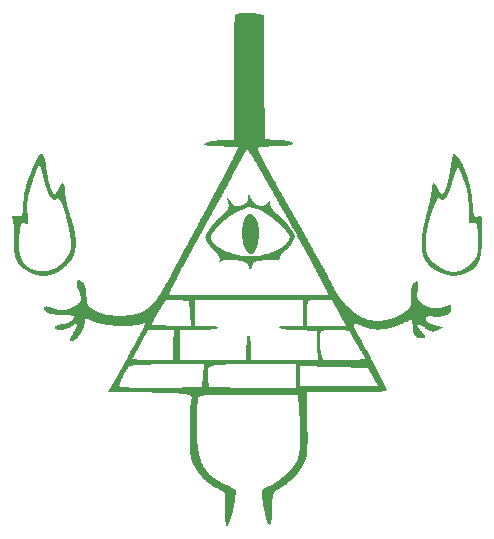
<source format=gto>
G04 Layer: TopSilkLayer*
G04 EasyEDA v6.4.7, 2020-11-14T21:45:58--5:00*
G04 4beb7541176d43e18d54f8e2082e3679,79d071017cc24593b82b416037a8e878,10*
G04 Gerber Generator version 0.2*
G04 Scale: 100 percent, Rotated: No, Reflected: No *
G04 Dimensions in millimeters *
G04 leading zeros omitted , absolute positions ,3 integer and 3 decimal *
%FSLAX33Y33*%
%MOMM*%
G90*
D02*


%LPD*%

%LPD*%
G36*
G01X40415Y32703D02*
G01X40384Y32709D01*
G01X40358Y32702D01*
G01X40334Y32685D01*
G01X40313Y32657D01*
G01X40293Y32618D01*
G01X40275Y32568D01*
G01X40265Y32536D01*
G01X40254Y32496D01*
G01X40243Y32450D01*
G01X40231Y32397D01*
G01X40218Y32338D01*
G01X40205Y32274D01*
G01X40191Y32206D01*
G01X40178Y32133D01*
G01X40164Y32057D01*
G01X40150Y31978D01*
G01X40136Y31896D01*
G01X40122Y31813D01*
G01X40109Y31728D01*
G01X40095Y31643D01*
G01X40083Y31557D01*
G01X40071Y31472D01*
G01X40046Y31304D01*
G01X40019Y31139D01*
G01X40005Y31057D01*
G01X39990Y30975D01*
G01X39974Y30894D01*
G01X39958Y30814D01*
G01X39942Y30735D01*
G01X39925Y30657D01*
G01X39891Y30505D01*
G01X39873Y30431D01*
G01X39856Y30358D01*
G01X39837Y30286D01*
G01X39819Y30217D01*
G01X39801Y30149D01*
G01X39782Y30083D01*
G01X39763Y30018D01*
G01X39744Y29956D01*
G01X39725Y29896D01*
G01X39706Y29838D01*
G01X39687Y29783D01*
G01X39668Y29729D01*
G01X39649Y29678D01*
G01X39630Y29631D01*
G01X39611Y29585D01*
G01X39593Y29542D01*
G01X39574Y29502D01*
G01X39556Y29466D01*
G01X39538Y29431D01*
G01X39520Y29401D01*
G01X39503Y29374D01*
G01X39486Y29349D01*
G01X39469Y29329D01*
G01X39452Y29312D01*
G01X39437Y29298D01*
G01X39421Y29288D01*
G01X39406Y29283D01*
G01X39391Y29281D01*
G01X39355Y29290D01*
G01X39314Y29317D01*
G01X39267Y29359D01*
G01X39219Y29415D01*
G01X39169Y29482D01*
G01X39119Y29560D01*
G01X39071Y29645D01*
G01X39026Y29737D01*
G01X38993Y29806D01*
G01X38961Y29868D01*
G01X38929Y29925D01*
G01X38897Y29977D01*
G01X38866Y30022D01*
G01X38835Y30062D01*
G01X38806Y30095D01*
G01X38776Y30123D01*
G01X38748Y30146D01*
G01X38721Y30162D01*
G01X38695Y30172D01*
G01X38670Y30177D01*
G01X38647Y30176D01*
G01X38625Y30169D01*
G01X38605Y30155D01*
G01X38586Y30137D01*
G01X38569Y30112D01*
G01X38555Y30081D01*
G01X38541Y30045D01*
G01X38531Y30002D01*
G01X38522Y29954D01*
G01X38516Y29899D01*
G01X38512Y29839D01*
G01X38511Y29773D01*
G01X38510Y29752D01*
G01X38509Y29728D01*
G01X38507Y29700D01*
G01X38503Y29670D01*
G01X38499Y29636D01*
G01X38495Y29600D01*
G01X38489Y29561D01*
G01X38483Y29518D01*
G01X38475Y29474D01*
G01X38467Y29426D01*
G01X38458Y29377D01*
G01X38448Y29325D01*
G01X38438Y29270D01*
G01X38428Y29214D01*
G01X38416Y29156D01*
G01X38404Y29095D01*
G01X38391Y29033D01*
G01X38378Y28969D01*
G01X38364Y28904D01*
G01X38334Y28768D01*
G01X38318Y28697D01*
G01X38303Y28626D01*
G01X38286Y28554D01*
G01X38269Y28480D01*
G01X38251Y28406D01*
G01X38234Y28330D01*
G01X38215Y28254D01*
G01X38178Y28100D01*
G01X38158Y28021D01*
G01X38139Y27943D01*
G01X38119Y27864D01*
G01X38098Y27785D01*
G01X38058Y27627D01*
G01X38033Y27532D01*
G01X38009Y27438D01*
G01X37963Y27254D01*
G01X37941Y27164D01*
G01X37920Y27075D01*
G01X37899Y26987D01*
G01X37880Y26900D01*
G01X37861Y26814D01*
G01X37842Y26730D01*
G01X37808Y26564D01*
G01X37792Y26483D01*
G01X37777Y26403D01*
G01X37763Y26324D01*
G01X37749Y26246D01*
G01X37736Y26169D01*
G01X37724Y26093D01*
G01X37712Y26019D01*
G01X37701Y25945D01*
G01X37692Y25872D01*
G01X37682Y25801D01*
G01X37674Y25730D01*
G01X37666Y25661D01*
G01X37659Y25592D01*
G01X37653Y25524D01*
G01X37647Y25457D01*
G01X37643Y25391D01*
G01X37639Y25327D01*
G01X37636Y25263D01*
G01X37634Y25200D01*
G01X37632Y25138D01*
G01X37632Y24957D01*
G01X37636Y24841D01*
G01X37640Y24784D01*
G01X37644Y24728D01*
G01X37648Y24673D01*
G01X37654Y24619D01*
G01X37661Y24565D01*
G01X37668Y24513D01*
G01X37676Y24461D01*
G01X37684Y24410D01*
G01X37704Y24310D01*
G01X37716Y24261D01*
G01X37728Y24213D01*
G01X37741Y24166D01*
G01X37755Y24119D01*
G01X37769Y24073D01*
G01X37784Y24028D01*
G01X37800Y23984D01*
G01X37817Y23940D01*
G01X37835Y23897D01*
G01X37873Y23813D01*
G01X37893Y23771D01*
G01X37915Y23731D01*
G01X37936Y23691D01*
G01X37959Y23652D01*
G01X37983Y23613D01*
G01X38008Y23575D01*
G01X38033Y23538D01*
G01X38059Y23501D01*
G01X38086Y23465D01*
G01X38114Y23429D01*
G01X38143Y23394D01*
G01X38173Y23359D01*
G01X38203Y23325D01*
G01X38234Y23291D01*
G01X38267Y23258D01*
G01X38333Y23194D01*
G01X38368Y23162D01*
G01X38440Y23100D01*
G01X38516Y23040D01*
G01X38555Y23010D01*
G01X38595Y22981D01*
G01X38636Y22953D01*
G01X38678Y22925D01*
G01X38721Y22897D01*
G01X38764Y22870D01*
G01X38854Y22816D01*
G01X38900Y22789D01*
G01X38947Y22763D01*
G01X38996Y22738D01*
G01X39044Y22713D01*
G01X39106Y22681D01*
G01X39168Y22652D01*
G01X39229Y22623D01*
G01X39290Y22596D01*
G01X39350Y22571D01*
G01X39410Y22547D01*
G01X39470Y22525D01*
G01X39529Y22503D01*
G01X39587Y22484D01*
G01X39646Y22465D01*
G01X39762Y22433D01*
G01X39820Y22420D01*
G01X39877Y22407D01*
G01X39934Y22396D01*
G01X39991Y22386D01*
G01X40048Y22378D01*
G01X40104Y22371D01*
G01X40160Y22366D01*
G01X40217Y22362D01*
G01X40273Y22359D01*
G01X40330Y22358D01*
G01X40442Y22360D01*
G01X40498Y22363D01*
G01X40554Y22368D01*
G01X40611Y22374D01*
G01X40667Y22381D01*
G01X40723Y22391D01*
G01X40780Y22401D01*
G01X40837Y22412D01*
G01X40894Y22426D01*
G01X40950Y22440D01*
G01X41008Y22457D01*
G01X41065Y22474D01*
G01X41123Y22493D01*
G01X41181Y22513D01*
G01X41239Y22535D01*
G01X41298Y22558D01*
G01X41357Y22583D01*
G01X41416Y22609D01*
G01X41476Y22636D01*
G01X41536Y22665D01*
G01X41597Y22695D01*
G01X41645Y22720D01*
G01X41691Y22745D01*
G01X41736Y22771D01*
G01X41780Y22796D01*
G01X41823Y22822D01*
G01X41864Y22848D01*
G01X41944Y22902D01*
G01X41981Y22930D01*
G01X42018Y22959D01*
G01X42053Y22988D01*
G01X42087Y23017D01*
G01X42121Y23048D01*
G01X42153Y23079D01*
G01X42184Y23111D01*
G01X42214Y23144D01*
G01X42243Y23179D01*
G01X42271Y23214D01*
G01X42298Y23250D01*
G01X42324Y23287D01*
G01X42348Y23325D01*
G01X42372Y23364D01*
G01X42396Y23405D01*
G01X42418Y23447D01*
G01X42439Y23490D01*
G01X42460Y23535D01*
G01X42479Y23581D01*
G01X42498Y23629D01*
G01X42516Y23678D01*
G01X42533Y23729D01*
G01X42550Y23782D01*
G01X42565Y23836D01*
G01X42580Y23892D01*
G01X42594Y23950D01*
G01X42607Y24009D01*
G01X42620Y24071D01*
G01X42632Y24134D01*
G01X42644Y24200D01*
G01X42655Y24267D01*
G01X42665Y24336D01*
G01X42675Y24408D01*
G01X42684Y24482D01*
G01X42693Y24558D01*
G01X42700Y24636D01*
G01X42708Y24717D01*
G01X42715Y24800D01*
G01X42722Y24886D01*
G01X42728Y24974D01*
G01X42733Y25064D01*
G01X42739Y25158D01*
G01X42744Y25253D01*
G01X42748Y25352D01*
G01X42752Y25453D01*
G01X42756Y25557D01*
G01X42760Y25664D01*
G01X42763Y25773D01*
G01X42767Y25924D01*
G01X42771Y26065D01*
G01X42774Y26198D01*
G01X42777Y26321D01*
G01X42779Y26436D01*
G01X42780Y26544D01*
G01X42781Y26643D01*
G01X42782Y26735D01*
G01X42781Y26819D01*
G01X42780Y26897D01*
G01X42777Y26968D01*
G01X42774Y27032D01*
G01X42770Y27090D01*
G01X42764Y27142D01*
G01X42758Y27189D01*
G01X42750Y27230D01*
G01X42741Y27266D01*
G01X42731Y27297D01*
G01X42719Y27323D01*
G01X42707Y27346D01*
G01X42692Y27364D01*
G01X42676Y27378D01*
G01X42658Y27389D01*
G01X42639Y27397D01*
G01X42618Y27402D01*
G01X42596Y27404D01*
G01X42571Y27403D01*
G01X42545Y27401D01*
G01X42516Y27396D01*
G01X42486Y27390D01*
G01X42454Y27383D01*
G01X42419Y27374D01*
G01X42381Y27365D01*
G01X42345Y27357D01*
G01X42312Y27352D01*
G01X42282Y27348D01*
G01X42253Y27347D01*
G01X42226Y27348D01*
G01X42202Y27353D01*
G01X42179Y27360D01*
G01X42157Y27371D01*
G01X42138Y27386D01*
G01X42120Y27405D01*
G01X42103Y27427D01*
G01X42087Y27455D01*
G01X42073Y27487D01*
G01X42060Y27524D01*
G01X42048Y27567D01*
G01X42036Y27616D01*
G01X42026Y27670D01*
G01X42016Y27731D01*
G01X42006Y27798D01*
G01X41997Y27871D01*
G01X41988Y27952D01*
G01X41980Y28040D01*
G01X41971Y28136D01*
G01X41963Y28239D01*
G01X41954Y28350D01*
G01X41946Y28470D01*
G01X41936Y28598D01*
G01X41932Y28663D01*
G01X41920Y28795D01*
G01X41906Y28929D01*
G01X41898Y28996D01*
G01X41880Y29132D01*
G01X41870Y29200D01*
G01X41859Y29268D01*
G01X41848Y29337D01*
G01X41824Y29475D01*
G01X41785Y29682D01*
G01X41770Y29751D01*
G01X41756Y29820D01*
G01X41740Y29889D01*
G01X41725Y29958D01*
G01X41708Y30026D01*
G01X41692Y30095D01*
G01X41674Y30164D01*
G01X41657Y30232D01*
G01X41639Y30300D01*
G01X41620Y30367D01*
G01X41602Y30435D01*
G01X41582Y30502D01*
G01X41543Y30635D01*
G01X41522Y30700D01*
G01X41502Y30766D01*
G01X41480Y30831D01*
G01X41459Y30895D01*
G01X41437Y30959D01*
G01X41415Y31022D01*
G01X41392Y31085D01*
G01X41369Y31147D01*
G01X41347Y31208D01*
G01X41323Y31268D01*
G01X41300Y31328D01*
G01X41276Y31387D01*
G01X41228Y31503D01*
G01X41203Y31559D01*
G01X41153Y31669D01*
G01X41128Y31723D01*
G01X41103Y31775D01*
G01X41077Y31827D01*
G01X41051Y31878D01*
G01X41026Y31927D01*
G01X41000Y31975D01*
G01X40973Y32022D01*
G01X40947Y32069D01*
G01X40920Y32113D01*
G01X40894Y32156D01*
G01X40867Y32199D01*
G01X40841Y32240D01*
G01X40814Y32279D01*
G01X40760Y32355D01*
G01X40733Y32390D01*
G01X40706Y32424D01*
G01X40642Y32501D01*
G01X40584Y32565D01*
G01X40533Y32618D01*
G01X40489Y32658D01*
G01X40450Y32687D01*
G01X40415Y32703D01*
G37*

%LPC*%
G36*
G01X40731Y31513D02*
G01X40720Y31519D01*
G01X40707Y31518D01*
G01X40691Y31510D01*
G01X40674Y31494D01*
G01X40655Y31471D01*
G01X40635Y31441D01*
G01X40614Y31405D01*
G01X40591Y31363D01*
G01X40567Y31314D01*
G01X40542Y31260D01*
G01X40517Y31201D01*
G01X40490Y31136D01*
G01X40463Y31067D01*
G01X40436Y30993D01*
G01X40408Y30915D01*
G01X40380Y30833D01*
G01X40351Y30747D01*
G01X40323Y30657D01*
G01X40295Y30564D01*
G01X40267Y30469D01*
G01X40236Y30361D01*
G01X40205Y30258D01*
G01X40175Y30157D01*
G01X40145Y30061D01*
G01X40115Y29968D01*
G01X40086Y29879D01*
G01X40057Y29793D01*
G01X40029Y29711D01*
G01X40001Y29633D01*
G01X39973Y29558D01*
G01X39945Y29487D01*
G01X39918Y29419D01*
G01X39891Y29355D01*
G01X39864Y29294D01*
G01X39838Y29237D01*
G01X39811Y29183D01*
G01X39785Y29132D01*
G01X39760Y29085D01*
G01X39734Y29041D01*
G01X39708Y29001D01*
G01X39683Y28964D01*
G01X39658Y28931D01*
G01X39633Y28900D01*
G01X39608Y28873D01*
G01X39583Y28849D01*
G01X39558Y28829D01*
G01X39534Y28811D01*
G01X39509Y28797D01*
G01X39485Y28786D01*
G01X39460Y28778D01*
G01X39436Y28774D01*
G01X39412Y28772D01*
G01X39388Y28774D01*
G01X39363Y28778D01*
G01X39339Y28786D01*
G01X39315Y28796D01*
G01X39290Y28810D01*
G01X39266Y28827D01*
G01X39241Y28847D01*
G01X39217Y28870D01*
G01X39194Y28891D01*
G01X39171Y28908D01*
G01X39150Y28921D01*
G01X39128Y28930D01*
G01X39106Y28934D01*
G01X39084Y28934D01*
G01X39063Y28929D01*
G01X39040Y28919D01*
G01X39018Y28904D01*
G01X38996Y28883D01*
G01X38972Y28858D01*
G01X38948Y28826D01*
G01X38924Y28789D01*
G01X38899Y28747D01*
G01X38872Y28698D01*
G01X38844Y28643D01*
G01X38815Y28581D01*
G01X38785Y28513D01*
G01X38753Y28438D01*
G01X38720Y28356D01*
G01X38685Y28267D01*
G01X38648Y28171D01*
G01X38610Y28068D01*
G01X38568Y27956D01*
G01X38542Y27883D01*
G01X38516Y27809D01*
G01X38491Y27737D01*
G01X38466Y27664D01*
G01X38442Y27592D01*
G01X38418Y27519D01*
G01X38395Y27447D01*
G01X38373Y27376D01*
G01X38351Y27304D01*
G01X38309Y27162D01*
G01X38289Y27092D01*
G01X38251Y26952D01*
G01X38233Y26883D01*
G01X38199Y26745D01*
G01X38167Y26609D01*
G01X38152Y26541D01*
G01X38138Y26474D01*
G01X38124Y26408D01*
G01X38111Y26341D01*
G01X38086Y26210D01*
G01X38075Y26146D01*
G01X38064Y26081D01*
G01X38054Y26017D01*
G01X38045Y25954D01*
G01X38037Y25891D01*
G01X38028Y25829D01*
G01X38014Y25705D01*
G01X38008Y25645D01*
G01X38002Y25584D01*
G01X37998Y25524D01*
G01X37993Y25466D01*
G01X37990Y25407D01*
G01X37987Y25349D01*
G01X37983Y25235D01*
G01X37982Y25179D01*
G01X37982Y25068D01*
G01X37983Y25014D01*
G01X37985Y24960D01*
G01X37987Y24907D01*
G01X37990Y24855D01*
G01X37994Y24803D01*
G01X37998Y24752D01*
G01X38003Y24702D01*
G01X38009Y24652D01*
G01X38015Y24603D01*
G01X38022Y24556D01*
G01X38030Y24508D01*
G01X38038Y24462D01*
G01X38050Y24404D01*
G01X38063Y24348D01*
G01X38078Y24294D01*
G01X38095Y24240D01*
G01X38114Y24187D01*
G01X38135Y24136D01*
G01X38157Y24085D01*
G01X38182Y24035D01*
G01X38209Y23986D01*
G01X38238Y23937D01*
G01X38269Y23889D01*
G01X38303Y23841D01*
G01X38339Y23794D01*
G01X38378Y23747D01*
G01X38420Y23700D01*
G01X38463Y23652D01*
G01X38510Y23605D01*
G01X38559Y23558D01*
G01X38612Y23510D01*
G01X38667Y23462D01*
G01X38725Y23414D01*
G01X38786Y23364D01*
G01X38851Y23315D01*
G01X38918Y23264D01*
G01X38979Y23221D01*
G01X39039Y23179D01*
G01X39099Y23138D01*
G01X39159Y23099D01*
G01X39218Y23062D01*
G01X39277Y23027D01*
G01X39335Y22994D01*
G01X39393Y22962D01*
G01X39451Y22932D01*
G01X39509Y22904D01*
G01X39566Y22878D01*
G01X39622Y22853D01*
G01X39679Y22830D01*
G01X39735Y22809D01*
G01X39791Y22789D01*
G01X39847Y22772D01*
G01X39902Y22756D01*
G01X39957Y22742D01*
G01X40012Y22729D01*
G01X40066Y22718D01*
G01X40121Y22710D01*
G01X40175Y22703D01*
G01X40229Y22697D01*
G01X40282Y22693D01*
G01X40336Y22691D01*
G01X40389Y22691D01*
G01X40442Y22693D01*
G01X40495Y22696D01*
G01X40547Y22701D01*
G01X40600Y22708D01*
G01X40652Y22717D01*
G01X40704Y22727D01*
G01X40756Y22739D01*
G01X40808Y22753D01*
G01X40859Y22769D01*
G01X40911Y22786D01*
G01X40963Y22805D01*
G01X41014Y22825D01*
G01X41065Y22848D01*
G01X41116Y22873D01*
G01X41167Y22899D01*
G01X41218Y22927D01*
G01X41269Y22956D01*
G01X41320Y22988D01*
G01X41370Y23021D01*
G01X41421Y23056D01*
G01X41472Y23092D01*
G01X41522Y23130D01*
G01X41573Y23170D01*
G01X41673Y23256D01*
G01X41724Y23301D01*
G01X41766Y23340D01*
G01X41806Y23378D01*
G01X41845Y23414D01*
G01X41882Y23450D01*
G01X41918Y23485D01*
G01X41952Y23520D01*
G01X41984Y23554D01*
G01X42015Y23587D01*
G01X42045Y23621D01*
G01X42073Y23654D01*
G01X42100Y23688D01*
G01X42125Y23721D01*
G01X42149Y23755D01*
G01X42172Y23788D01*
G01X42194Y23823D01*
G01X42234Y23893D01*
G01X42251Y23929D01*
G01X42268Y23967D01*
G01X42284Y24005D01*
G01X42299Y24045D01*
G01X42312Y24085D01*
G01X42325Y24127D01*
G01X42336Y24171D01*
G01X42346Y24216D01*
G01X42356Y24263D01*
G01X42365Y24311D01*
G01X42372Y24362D01*
G01X42379Y24415D01*
G01X42385Y24470D01*
G01X42391Y24527D01*
G01X42395Y24586D01*
G01X42399Y24649D01*
G01X42402Y24713D01*
G01X42404Y24781D01*
G01X42405Y24851D01*
G01X42406Y24924D01*
G01X42407Y25001D01*
G01X42406Y25080D01*
G01X42406Y25163D01*
G01X42404Y25249D01*
G01X42403Y25339D01*
G01X42400Y25433D01*
G01X42398Y25530D01*
G01X42395Y25631D01*
G01X42391Y25736D01*
G01X42387Y25846D01*
G01X42383Y25959D01*
G01X42378Y26086D01*
G01X42373Y26200D01*
G01X42367Y26304D01*
G01X42360Y26397D01*
G01X42353Y26480D01*
G01X42344Y26553D01*
G01X42334Y26616D01*
G01X42323Y26672D01*
G01X42309Y26718D01*
G01X42294Y26757D01*
G01X42276Y26788D01*
G01X42256Y26813D01*
G01X42234Y26831D01*
G01X42208Y26843D01*
G01X42179Y26849D01*
G01X42147Y26851D01*
G01X42111Y26847D01*
G01X42072Y26840D01*
G01X42029Y26829D01*
G01X41981Y26815D01*
G01X41946Y26804D01*
G01X41913Y26794D01*
G01X41882Y26787D01*
G01X41853Y26782D01*
G01X41826Y26780D01*
G01X41802Y26780D01*
G01X41779Y26784D01*
G01X41759Y26791D01*
G01X41740Y26801D01*
G01X41723Y26816D01*
G01X41707Y26835D01*
G01X41693Y26858D01*
G01X41681Y26886D01*
G01X41670Y26919D01*
G01X41660Y26958D01*
G01X41651Y27002D01*
G01X41644Y27052D01*
G01X41638Y27108D01*
G01X41633Y27171D01*
G01X41628Y27240D01*
G01X41625Y27317D01*
G01X41622Y27401D01*
G01X41619Y27492D01*
G01X41618Y27592D01*
G01X41617Y27699D01*
G01X41616Y27816D01*
G01X41616Y28074D01*
G01X41615Y28153D01*
G01X41615Y28232D01*
G01X41613Y28309D01*
G01X41611Y28385D01*
G01X41609Y28460D01*
G01X41606Y28534D01*
G01X41603Y28607D01*
G01X41599Y28679D01*
G01X41594Y28750D01*
G01X41588Y28820D01*
G01X41583Y28889D01*
G01X41576Y28958D01*
G01X41562Y29092D01*
G01X41554Y29158D01*
G01X41536Y29288D01*
G01X41525Y29352D01*
G01X41515Y29415D01*
G01X41504Y29478D01*
G01X41492Y29540D01*
G01X41480Y29601D01*
G01X41467Y29662D01*
G01X41439Y29782D01*
G01X41423Y29841D01*
G01X41408Y29900D01*
G01X41392Y29959D01*
G01X41357Y30075D01*
G01X41339Y30132D01*
G01X41320Y30189D01*
G01X41280Y30303D01*
G01X41259Y30359D01*
G01X41237Y30415D01*
G01X41206Y30495D01*
G01X41174Y30573D01*
G01X41143Y30651D01*
G01X41112Y30726D01*
G01X41080Y30801D01*
G01X41049Y30873D01*
G01X41019Y30943D01*
G01X40990Y31010D01*
G01X40961Y31074D01*
G01X40933Y31136D01*
G01X40906Y31194D01*
G01X40880Y31248D01*
G01X40855Y31298D01*
G01X40833Y31344D01*
G01X40811Y31385D01*
G01X40791Y31422D01*
G01X40773Y31453D01*
G01X40757Y31479D01*
G01X40743Y31499D01*
G01X40731Y31513D01*
G37*

%LPD*%
G36*
G01X5440Y32692D02*
G01X5417Y32692D01*
G01X5393Y32689D01*
G01X5369Y32682D01*
G01X5345Y32672D01*
G01X5320Y32657D01*
G01X5295Y32638D01*
G01X5270Y32616D01*
G01X5245Y32589D01*
G01X5219Y32559D01*
G01X5193Y32525D01*
G01X5167Y32486D01*
G01X5141Y32444D01*
G01X5115Y32398D01*
G01X5088Y32348D01*
G01X5061Y32294D01*
G01X5034Y32236D01*
G01X5007Y32173D01*
G01X4989Y32129D01*
G01X4969Y32083D01*
G01X4948Y32032D01*
G01X4925Y31980D01*
G01X4902Y31924D01*
G01X4877Y31866D01*
G01X4851Y31805D01*
G01X4825Y31743D01*
G01X4798Y31679D01*
G01X4770Y31614D01*
G01X4741Y31547D01*
G01X4683Y31411D01*
G01X4654Y31341D01*
G01X4594Y31202D01*
G01X4564Y31132D01*
G01X4534Y31063D01*
G01X4505Y30994D01*
G01X4476Y30926D01*
G01X4447Y30859D01*
G01X4419Y30793D01*
G01X4391Y30729D01*
G01X4364Y30666D01*
G01X4346Y30622D01*
G01X4327Y30577D01*
G01X4309Y30530D01*
G01X4292Y30481D01*
G01X4274Y30431D01*
G01X4256Y30379D01*
G01X4239Y30327D01*
G01X4222Y30273D01*
G01X4205Y30217D01*
G01X4189Y30161D01*
G01X4173Y30104D01*
G01X4157Y30046D01*
G01X4142Y29987D01*
G01X4126Y29927D01*
G01X4112Y29867D01*
G01X4098Y29806D01*
G01X4070Y29682D01*
G01X4057Y29619D01*
G01X4044Y29557D01*
G01X4032Y29494D01*
G01X4010Y29367D01*
G01X3999Y29303D01*
G01X3979Y29177D01*
G01X3961Y29051D01*
G01X3946Y28926D01*
G01X3928Y28743D01*
G01X3924Y28683D01*
G01X3920Y28624D01*
G01X3916Y28566D01*
G01X3910Y28442D01*
G01X3904Y28328D01*
G01X3898Y28221D01*
G01X3892Y28123D01*
G01X3886Y28032D01*
G01X3880Y27950D01*
G01X3872Y27874D01*
G01X3865Y27806D01*
G01X3857Y27744D01*
G01X3848Y27689D01*
G01X3837Y27639D01*
G01X3826Y27595D01*
G01X3813Y27557D01*
G01X3798Y27524D01*
G01X3782Y27496D01*
G01X3764Y27472D01*
G01X3744Y27452D01*
G01X3722Y27436D01*
G01X3698Y27424D01*
G01X3671Y27415D01*
G01X3641Y27409D01*
G01X3609Y27406D01*
G01X3574Y27405D01*
G01X3536Y27406D01*
G01X3494Y27409D01*
G01X3449Y27413D01*
G01X3401Y27418D01*
G01X3349Y27425D01*
G01X3248Y27436D01*
G01X3162Y27443D01*
G01X3092Y27445D01*
G01X3035Y27442D01*
G01X2991Y27433D01*
G01X2960Y27416D01*
G01X2941Y27393D01*
G01X2933Y27362D01*
G01X2936Y27323D01*
G01X2948Y27275D01*
G01X2970Y27218D01*
G01X3000Y27151D01*
G01X3009Y27129D01*
G01X3018Y27103D01*
G01X3026Y27073D01*
G01X3034Y27039D01*
G01X3042Y27001D01*
G01X3050Y26960D01*
G01X3057Y26916D01*
G01X3063Y26868D01*
G01X3070Y26818D01*
G01X3076Y26764D01*
G01X3082Y26708D01*
G01X3087Y26649D01*
G01X3091Y26588D01*
G01X3096Y26525D01*
G01X3100Y26459D01*
G01X3103Y26392D01*
G01X3106Y26323D01*
G01X3108Y26252D01*
G01X3111Y26179D01*
G01X3113Y26106D01*
G01X3114Y26031D01*
G01X3114Y25802D01*
G01X3113Y25725D01*
G01X3109Y25569D01*
G01X3106Y25491D01*
G01X3103Y25407D01*
G01X3101Y25325D01*
G01X3100Y25244D01*
G01X3099Y25165D01*
G01X3099Y25088D01*
G01X3100Y25012D01*
G01X3102Y24938D01*
G01X3108Y24794D01*
G01X3113Y24724D01*
G01X3117Y24656D01*
G01X3123Y24590D01*
G01X3130Y24524D01*
G01X3137Y24460D01*
G01X3146Y24397D01*
G01X3155Y24336D01*
G01X3166Y24276D01*
G01X3177Y24217D01*
G01X3189Y24160D01*
G01X3202Y24104D01*
G01X3216Y24048D01*
G01X3231Y23994D01*
G01X3247Y23942D01*
G01X3264Y23890D01*
G01X3282Y23839D01*
G01X3301Y23790D01*
G01X3321Y23742D01*
G01X3342Y23695D01*
G01X3364Y23648D01*
G01X3387Y23603D01*
G01X3411Y23559D01*
G01X3436Y23515D01*
G01X3463Y23472D01*
G01X3490Y23430D01*
G01X3518Y23390D01*
G01X3548Y23350D01*
G01X3579Y23311D01*
G01X3611Y23273D01*
G01X3644Y23235D01*
G01X3678Y23198D01*
G01X3713Y23162D01*
G01X3750Y23126D01*
G01X3788Y23092D01*
G01X3827Y23057D01*
G01X3867Y23024D01*
G01X3909Y22991D01*
G01X3952Y22958D01*
G01X3995Y22927D01*
G01X4041Y22895D01*
G01X4087Y22864D01*
G01X4135Y22834D01*
G01X4184Y22804D01*
G01X4235Y22774D01*
G01X4339Y22716D01*
G01X4394Y22688D01*
G01X4451Y22659D01*
G01X4507Y22632D01*
G01X4563Y22606D01*
G01X4619Y22581D01*
G01X4731Y22535D01*
G01X4786Y22514D01*
G01X4841Y22494D01*
G01X4896Y22476D01*
G01X4951Y22459D01*
G01X5005Y22442D01*
G01X5060Y22428D01*
G01X5114Y22414D01*
G01X5168Y22402D01*
G01X5221Y22391D01*
G01X5275Y22381D01*
G01X5328Y22373D01*
G01X5382Y22366D01*
G01X5435Y22360D01*
G01X5487Y22355D01*
G01X5593Y22349D01*
G01X5645Y22348D01*
G01X5698Y22349D01*
G01X5750Y22351D01*
G01X5802Y22354D01*
G01X5854Y22358D01*
G01X5906Y22363D01*
G01X5957Y22370D01*
G01X6009Y22378D01*
G01X6060Y22388D01*
G01X6112Y22398D01*
G01X6163Y22410D01*
G01X6214Y22423D01*
G01X6265Y22437D01*
G01X6316Y22453D01*
G01X6367Y22470D01*
G01X6417Y22488D01*
G01X6468Y22508D01*
G01X6519Y22529D01*
G01X6569Y22551D01*
G01X6619Y22574D01*
G01X6670Y22599D01*
G01X6720Y22625D01*
G01X6770Y22652D01*
G01X6820Y22681D01*
G01X6871Y22710D01*
G01X6920Y22742D01*
G01X6971Y22774D01*
G01X7021Y22808D01*
G01X7071Y22843D01*
G01X7121Y22879D01*
G01X7170Y22916D01*
G01X7220Y22955D01*
G01X7271Y22996D01*
G01X7320Y23037D01*
G01X7370Y23079D01*
G01X7470Y23169D01*
G01X7519Y23216D01*
G01X7570Y23264D01*
G01X7620Y23313D01*
G01X7669Y23363D01*
G01X7719Y23415D01*
G01X7753Y23452D01*
G01X7786Y23488D01*
G01X7818Y23526D01*
G01X7849Y23564D01*
G01X7879Y23602D01*
G01X7908Y23641D01*
G01X7936Y23681D01*
G01X7963Y23721D01*
G01X7990Y23762D01*
G01X8015Y23803D01*
G01X8040Y23845D01*
G01X8086Y23931D01*
G01X8108Y23975D01*
G01X8129Y24019D01*
G01X8149Y24063D01*
G01X8168Y24109D01*
G01X8186Y24155D01*
G01X8204Y24202D01*
G01X8220Y24249D01*
G01X8236Y24297D01*
G01X8250Y24345D01*
G01X8264Y24395D01*
G01X8276Y24444D01*
G01X8288Y24495D01*
G01X8299Y24546D01*
G01X8309Y24597D01*
G01X8318Y24650D01*
G01X8334Y24756D01*
G01X8340Y24811D01*
G01X8345Y24865D01*
G01X8350Y24921D01*
G01X8354Y24977D01*
G01X8358Y25091D01*
G01X8359Y25149D01*
G01X8359Y25208D01*
G01X8358Y25267D01*
G01X8356Y25327D01*
G01X8354Y25388D01*
G01X8349Y25449D01*
G01X8345Y25512D01*
G01X8340Y25574D01*
G01X8326Y25702D01*
G01X8318Y25767D01*
G01X8309Y25832D01*
G01X8299Y25898D01*
G01X8288Y25965D01*
G01X8276Y26032D01*
G01X8263Y26101D01*
G01X8235Y26239D01*
G01X8203Y26381D01*
G01X8186Y26453D01*
G01X8168Y26525D01*
G01X8149Y26598D01*
G01X8129Y26672D01*
G01X8108Y26747D01*
G01X8086Y26822D01*
G01X8063Y26899D01*
G01X8040Y26975D01*
G01X7990Y27131D01*
G01X7963Y27210D01*
G01X7936Y27290D01*
G01X7915Y27354D01*
G01X7893Y27418D01*
G01X7872Y27483D01*
G01X7851Y27549D01*
G01X7831Y27616D01*
G01X7790Y27750D01*
G01X7752Y27886D01*
G01X7733Y27953D01*
G01X7714Y28021D01*
G01X7697Y28089D01*
G01X7679Y28156D01*
G01X7646Y28291D01*
G01X7630Y28357D01*
G01X7615Y28423D01*
G01X7600Y28488D01*
G01X7586Y28552D01*
G01X7560Y28678D01*
G01X7548Y28739D01*
G01X7537Y28799D01*
G01X7526Y28858D01*
G01X7516Y28916D01*
G01X7507Y28972D01*
G01X7498Y29026D01*
G01X7490Y29079D01*
G01X7484Y29130D01*
G01X7478Y29180D01*
G01X7473Y29227D01*
G01X7468Y29272D01*
G01X7465Y29316D01*
G01X7463Y29356D01*
G01X7461Y29395D01*
G01X7460Y29431D01*
G01X7460Y29509D01*
G01X7457Y29583D01*
G01X7454Y29652D01*
G01X7448Y29718D01*
G01X7442Y29779D01*
G01X7434Y29836D01*
G01X7424Y29888D01*
G01X7414Y29936D01*
G01X7402Y29980D01*
G01X7389Y30020D01*
G01X7375Y30055D01*
G01X7359Y30085D01*
G01X7343Y30112D01*
G01X7326Y30133D01*
G01X7307Y30150D01*
G01X7288Y30163D01*
G01X7267Y30172D01*
G01X7246Y30175D01*
G01X7224Y30174D01*
G01X7201Y30169D01*
G01X7178Y30158D01*
G01X7153Y30144D01*
G01X7128Y30124D01*
G01X7103Y30101D01*
G01X7076Y30072D01*
G01X7050Y30038D01*
G01X7023Y30000D01*
G01X6995Y29957D01*
G01X6966Y29909D01*
G01X6938Y29857D01*
G01X6909Y29799D01*
G01X6879Y29737D01*
G01X6835Y29645D01*
G01X6788Y29560D01*
G01X6740Y29482D01*
G01X6691Y29415D01*
G01X6646Y29359D01*
G01X6602Y29317D01*
G01X6564Y29290D01*
G01X6532Y29281D01*
G01X6516Y29283D01*
G01X6500Y29290D01*
G01X6483Y29301D01*
G01X6465Y29316D01*
G01X6447Y29336D01*
G01X6429Y29359D01*
G01X6410Y29387D01*
G01X6391Y29418D01*
G01X6371Y29453D01*
G01X6352Y29491D01*
G01X6332Y29534D01*
G01X6312Y29578D01*
G01X6292Y29627D01*
G01X6272Y29677D01*
G01X6251Y29732D01*
G01X6231Y29788D01*
G01X6211Y29848D01*
G01X6190Y29910D01*
G01X6170Y29974D01*
G01X6150Y30040D01*
G01X6131Y30109D01*
G01X6111Y30179D01*
G01X6091Y30251D01*
G01X6072Y30325D01*
G01X6053Y30401D01*
G01X6035Y30478D01*
G01X6017Y30556D01*
G01X5999Y30636D01*
G01X5965Y30798D01*
G01X5933Y30964D01*
G01X5918Y31047D01*
G01X5904Y31132D01*
G01X5890Y31216D01*
G01X5877Y31301D01*
G01X5865Y31386D01*
G01X5843Y31554D01*
G01X5834Y31639D01*
G01X5824Y31725D01*
G01X5813Y31807D01*
G01X5801Y31886D01*
G01X5789Y31961D01*
G01X5776Y32033D01*
G01X5763Y32101D01*
G01X5748Y32166D01*
G01X5733Y32227D01*
G01X5718Y32283D01*
G01X5701Y32337D01*
G01X5685Y32387D01*
G01X5667Y32433D01*
G01X5648Y32475D01*
G01X5630Y32514D01*
G01X5611Y32549D01*
G01X5591Y32580D01*
G01X5571Y32607D01*
G01X5550Y32630D01*
G01X5529Y32650D01*
G01X5507Y32666D01*
G01X5485Y32679D01*
G01X5463Y32687D01*
G01X5440Y32692D01*
G37*

%LPC*%
G36*
G01X5265Y31645D02*
G01X5252Y31646D01*
G01X5238Y31645D01*
G01X5224Y31641D01*
G01X5209Y31634D01*
G01X5195Y31624D01*
G01X5180Y31610D01*
G01X5164Y31594D01*
G01X5149Y31574D01*
G01X5133Y31551D01*
G01X5117Y31525D01*
G01X5100Y31496D01*
G01X5083Y31464D01*
G01X5065Y31428D01*
G01X5047Y31390D01*
G01X5029Y31348D01*
G01X5010Y31303D01*
G01X4990Y31254D01*
G01X4970Y31203D01*
G01X4949Y31148D01*
G01X4928Y31090D01*
G01X4905Y31028D01*
G01X4882Y30963D01*
G01X4859Y30895D01*
G01X4835Y30823D01*
G01X4810Y30749D01*
G01X4784Y30670D01*
G01X4757Y30589D01*
G01X4730Y30503D01*
G01X4702Y30415D01*
G01X4672Y30323D01*
G01X4642Y30227D01*
G01X4611Y30128D01*
G01X4579Y30026D01*
G01X4546Y29920D01*
G01X4522Y29839D01*
G01X4498Y29762D01*
G01X4475Y29685D01*
G01X4454Y29611D01*
G01X4434Y29538D01*
G01X4396Y29396D01*
G01X4379Y29328D01*
G01X4363Y29261D01*
G01X4347Y29196D01*
G01X4333Y29131D01*
G01X4307Y29005D01*
G01X4285Y28883D01*
G01X4276Y28823D01*
G01X4267Y28764D01*
G01X4253Y28648D01*
G01X4247Y28591D01*
G01X4242Y28533D01*
G01X4238Y28477D01*
G01X4235Y28420D01*
G01X4233Y28364D01*
G01X4231Y28307D01*
G01X4231Y28194D01*
G01X4233Y28080D01*
G01X4239Y27964D01*
G01X4243Y27906D01*
G01X4248Y27847D01*
G01X4254Y27787D01*
G01X4261Y27727D01*
G01X4268Y27665D01*
G01X4283Y27535D01*
G01X4297Y27417D01*
G01X4308Y27312D01*
G01X4317Y27217D01*
G01X4324Y27132D01*
G01X4328Y27059D01*
G01X4329Y26994D01*
G01X4327Y26939D01*
G01X4323Y26892D01*
G01X4315Y26853D01*
G01X4304Y26822D01*
G01X4289Y26799D01*
G01X4271Y26781D01*
G01X4249Y26770D01*
G01X4224Y26764D01*
G01X4194Y26764D01*
G01X4160Y26768D01*
G01X4122Y26776D01*
G01X4079Y26787D01*
G01X4033Y26802D01*
G01X3994Y26813D01*
G01X3958Y26822D01*
G01X3925Y26828D01*
G01X3894Y26831D01*
G01X3865Y26831D01*
G01X3839Y26826D01*
G01X3815Y26817D01*
G01X3792Y26804D01*
G01X3771Y26786D01*
G01X3752Y26763D01*
G01X3734Y26734D01*
G01X3718Y26699D01*
G01X3702Y26659D01*
G01X3688Y26611D01*
G01X3674Y26557D01*
G01X3661Y26496D01*
G01X3648Y26427D01*
G01X3637Y26350D01*
G01X3625Y26265D01*
G01X3613Y26171D01*
G01X3602Y26069D01*
G01X3590Y25957D01*
G01X3578Y25835D01*
G01X3566Y25704D01*
G01X3558Y25620D01*
G01X3551Y25538D01*
G01X3546Y25456D01*
G01X3538Y25298D01*
G01X3535Y25221D01*
G01X3534Y25145D01*
G01X3533Y25071D01*
G01X3533Y24998D01*
G01X3535Y24926D01*
G01X3537Y24855D01*
G01X3540Y24786D01*
G01X3544Y24718D01*
G01X3549Y24652D01*
G01X3556Y24587D01*
G01X3563Y24523D01*
G01X3571Y24460D01*
G01X3580Y24399D01*
G01X3591Y24338D01*
G01X3602Y24279D01*
G01X3614Y24221D01*
G01X3627Y24165D01*
G01X3641Y24110D01*
G01X3657Y24056D01*
G01X3673Y24003D01*
G01X3691Y23951D01*
G01X3709Y23900D01*
G01X3728Y23851D01*
G01X3749Y23803D01*
G01X3770Y23756D01*
G01X3793Y23710D01*
G01X3817Y23665D01*
G01X3867Y23579D01*
G01X3894Y23537D01*
G01X3922Y23497D01*
G01X3951Y23457D01*
G01X3981Y23419D01*
G01X4012Y23382D01*
G01X4044Y23346D01*
G01X4077Y23311D01*
G01X4111Y23277D01*
G01X4147Y23244D01*
G01X4183Y23212D01*
G01X4221Y23181D01*
G01X4260Y23151D01*
G01X4299Y23122D01*
G01X4340Y23094D01*
G01X4382Y23067D01*
G01X4425Y23040D01*
G01X4469Y23015D01*
G01X4515Y22991D01*
G01X4567Y22965D01*
G01X4620Y22940D01*
G01X4672Y22917D01*
G01X4725Y22895D01*
G01X4778Y22875D01*
G01X4832Y22855D01*
G01X4885Y22838D01*
G01X4939Y22822D01*
G01X4993Y22807D01*
G01X5046Y22794D01*
G01X5100Y22782D01*
G01X5154Y22772D01*
G01X5209Y22762D01*
G01X5262Y22755D01*
G01X5317Y22748D01*
G01X5371Y22743D01*
G01X5425Y22740D01*
G01X5479Y22738D01*
G01X5533Y22737D01*
G01X5587Y22737D01*
G01X5641Y22739D01*
G01X5694Y22742D01*
G01X5748Y22746D01*
G01X5801Y22752D01*
G01X5855Y22759D01*
G01X5961Y22777D01*
G01X6014Y22788D01*
G01X6067Y22800D01*
G01X6119Y22814D01*
G01X6171Y22829D01*
G01X6223Y22845D01*
G01X6274Y22862D01*
G01X6325Y22880D01*
G01X6376Y22900D01*
G01X6427Y22921D01*
G01X6527Y22967D01*
G01X6576Y22992D01*
G01X6625Y23018D01*
G01X6674Y23045D01*
G01X6721Y23073D01*
G01X6769Y23103D01*
G01X6816Y23134D01*
G01X6863Y23166D01*
G01X6909Y23199D01*
G01X6955Y23233D01*
G01X7000Y23268D01*
G01X7044Y23305D01*
G01X7088Y23343D01*
G01X7131Y23382D01*
G01X7174Y23422D01*
G01X7216Y23463D01*
G01X7257Y23505D01*
G01X7298Y23548D01*
G01X7338Y23593D01*
G01X7416Y23685D01*
G01X7453Y23733D01*
G01X7490Y23782D01*
G01X7527Y23832D01*
G01X7563Y23883D01*
G01X7597Y23935D01*
G01X7631Y23988D01*
G01X7664Y24042D01*
G01X7696Y24097D01*
G01X7758Y24211D01*
G01X7784Y24263D01*
G01X7809Y24314D01*
G01X7832Y24363D01*
G01X7853Y24411D01*
G01X7889Y24505D01*
G01X7904Y24552D01*
G01X7918Y24598D01*
G01X7930Y24645D01*
G01X7941Y24692D01*
G01X7949Y24741D01*
G01X7956Y24791D01*
G01X7961Y24842D01*
G01X7964Y24895D01*
G01X7965Y24950D01*
G01X7965Y25007D01*
G01X7964Y25067D01*
G01X7960Y25130D01*
G01X7955Y25196D01*
G01X7949Y25266D01*
G01X7941Y25340D01*
G01X7930Y25417D01*
G01X7919Y25499D01*
G01X7906Y25585D01*
G01X7891Y25676D01*
G01X7876Y25773D01*
G01X7858Y25874D01*
G01X7838Y25982D01*
G01X7821Y26081D01*
G01X7802Y26178D01*
G01X7784Y26274D01*
G01X7765Y26369D01*
G01X7746Y26463D01*
G01X7727Y26555D01*
G01X7707Y26647D01*
G01X7688Y26737D01*
G01X7668Y26825D01*
G01X7647Y26913D01*
G01X7627Y26999D01*
G01X7607Y27084D01*
G01X7586Y27167D01*
G01X7566Y27249D01*
G01X7545Y27328D01*
G01X7525Y27407D01*
G01X7503Y27484D01*
G01X7482Y27560D01*
G01X7462Y27633D01*
G01X7440Y27705D01*
G01X7419Y27775D01*
G01X7398Y27844D01*
G01X7377Y27911D01*
G01X7355Y27976D01*
G01X7335Y28039D01*
G01X7313Y28100D01*
G01X7271Y28216D01*
G01X7250Y28271D01*
G01X7229Y28324D01*
G01X7209Y28375D01*
G01X7188Y28424D01*
G01X7167Y28471D01*
G01X7147Y28515D01*
G01X7127Y28558D01*
G01X7107Y28597D01*
G01X7087Y28635D01*
G01X7067Y28671D01*
G01X7047Y28704D01*
G01X7028Y28735D01*
G01X7009Y28763D01*
G01X6990Y28788D01*
G01X6972Y28812D01*
G01X6954Y28833D01*
G01X6935Y28851D01*
G01X6917Y28867D01*
G01X6900Y28879D01*
G01X6883Y28889D01*
G01X6866Y28897D01*
G01X6850Y28902D01*
G01X6834Y28904D01*
G01X6818Y28903D01*
G01X6803Y28900D01*
G01X6787Y28893D01*
G01X6773Y28883D01*
G01X6759Y28871D01*
G01X6719Y28834D01*
G01X6680Y28805D01*
G01X6642Y28783D01*
G01X6604Y28769D01*
G01X6566Y28763D01*
G01X6527Y28766D01*
G01X6487Y28776D01*
G01X6446Y28794D01*
G01X6401Y28821D01*
G01X6354Y28856D01*
G01X6304Y28900D01*
G01X6249Y28952D01*
G01X6232Y28972D01*
G01X6213Y28996D01*
G01X6194Y29023D01*
G01X6174Y29055D01*
G01X6153Y29091D01*
G01X6132Y29130D01*
G01X6110Y29172D01*
G01X6088Y29218D01*
G01X6066Y29267D01*
G01X6042Y29319D01*
G01X6019Y29374D01*
G01X5996Y29431D01*
G01X5972Y29491D01*
G01X5949Y29553D01*
G01X5925Y29618D01*
G01X5901Y29684D01*
G01X5878Y29753D01*
G01X5854Y29823D01*
G01X5831Y29894D01*
G01X5808Y29967D01*
G01X5786Y30042D01*
G01X5763Y30117D01*
G01X5741Y30193D01*
G01X5720Y30271D01*
G01X5699Y30348D01*
G01X5678Y30427D01*
G01X5659Y30505D01*
G01X5640Y30584D01*
G01X5623Y30659D01*
G01X5605Y30732D01*
G01X5589Y30802D01*
G01X5572Y30869D01*
G01X5556Y30934D01*
G01X5540Y30996D01*
G01X5525Y31055D01*
G01X5510Y31111D01*
G01X5495Y31165D01*
G01X5481Y31216D01*
G01X5467Y31264D01*
G01X5452Y31310D01*
G01X5439Y31352D01*
G01X5425Y31392D01*
G01X5412Y31429D01*
G01X5398Y31463D01*
G01X5385Y31494D01*
G01X5372Y31522D01*
G01X5358Y31548D01*
G01X5345Y31571D01*
G01X5332Y31590D01*
G01X5319Y31607D01*
G01X5306Y31621D01*
G01X5292Y31632D01*
G01X5279Y31640D01*
G01X5265Y31645D01*
G37*

%LPD*%
G36*
G01X22906Y44603D02*
G01X22835Y44603D01*
G01X22765Y44602D01*
G01X22694Y44601D01*
G01X22626Y44599D01*
G01X22558Y44596D01*
G01X22492Y44592D01*
G01X22427Y44588D01*
G01X22365Y44583D01*
G01X22305Y44577D01*
G01X22247Y44570D01*
G01X22192Y44562D01*
G01X22140Y44554D01*
G01X22091Y44546D01*
G01X22047Y44535D01*
G01X22006Y44525D01*
G01X21968Y44514D01*
G01X21935Y44502D01*
G01X21929Y44499D01*
G01X21924Y44495D01*
G01X21918Y44491D01*
G01X21912Y44485D01*
G01X21907Y44478D01*
G01X21901Y44470D01*
G01X21896Y44462D01*
G01X21891Y44452D01*
G01X21881Y44430D01*
G01X21876Y44417D01*
G01X21870Y44403D01*
G01X21865Y44388D01*
G01X21861Y44372D01*
G01X21856Y44355D01*
G01X21852Y44337D01*
G01X21842Y44297D01*
G01X21838Y44275D01*
G01X21834Y44252D01*
G01X21830Y44228D01*
G01X21826Y44203D01*
G01X21822Y44176D01*
G01X21818Y44148D01*
G01X21814Y44119D01*
G01X21810Y44089D01*
G01X21807Y44057D01*
G01X21803Y44024D01*
G01X21799Y43990D01*
G01X21796Y43955D01*
G01X21793Y43918D01*
G01X21790Y43880D01*
G01X21786Y43840D01*
G01X21783Y43799D01*
G01X21780Y43756D01*
G01X21777Y43712D01*
G01X21774Y43667D01*
G01X21771Y43620D01*
G01X21768Y43572D01*
G01X21766Y43522D01*
G01X21763Y43472D01*
G01X21761Y43419D01*
G01X21758Y43364D01*
G01X21756Y43309D01*
G01X21753Y43252D01*
G01X21751Y43193D01*
G01X21749Y43133D01*
G01X21746Y43071D01*
G01X21744Y43007D01*
G01X21742Y42942D01*
G01X21740Y42875D01*
G01X21738Y42807D01*
G01X21737Y42737D01*
G01X21735Y42665D01*
G01X21733Y42592D01*
G01X21732Y42517D01*
G01X21730Y42440D01*
G01X21728Y42361D01*
G01X21727Y42281D01*
G01X21726Y42199D01*
G01X21724Y42115D01*
G01X21723Y42029D01*
G01X21722Y41942D01*
G01X21721Y41853D01*
G01X21719Y41761D01*
G01X21718Y41668D01*
G01X21717Y41574D01*
G01X21716Y41477D01*
G01X21715Y41379D01*
G01X21714Y41278D01*
G01X21713Y41175D01*
G01X21713Y41071D01*
G01X21712Y40965D01*
G01X21711Y40857D01*
G01X21711Y40747D01*
G01X21710Y40634D01*
G01X21710Y40520D01*
G01X21709Y40404D01*
G01X21709Y40286D01*
G01X21708Y40166D01*
G01X21708Y39793D01*
G01X21707Y39664D01*
G01X21707Y33847D01*
G01X20999Y33847D01*
G01X20908Y33846D01*
G01X20817Y33844D01*
G01X20726Y33841D01*
G01X20638Y33838D01*
G01X20550Y33833D01*
G01X20463Y33827D01*
G01X20379Y33821D01*
G01X20296Y33813D01*
G01X20215Y33805D01*
G01X20136Y33795D01*
G01X20059Y33786D01*
G01X19985Y33775D01*
G01X19913Y33763D01*
G01X19844Y33751D01*
G01X19777Y33738D01*
G01X19714Y33725D01*
G01X19655Y33711D01*
G01X19598Y33697D01*
G01X19545Y33681D01*
G01X19496Y33666D01*
G01X19451Y33650D01*
G01X19409Y33634D01*
G01X19372Y33617D01*
G01X19340Y33601D01*
G01X19312Y33583D01*
G01X19288Y33566D01*
G01X19269Y33549D01*
G01X19256Y33531D01*
G01X19248Y33513D01*
G01X19245Y33495D01*
G01X19247Y33477D01*
G01X19255Y33459D01*
G01X19265Y33448D01*
G01X19281Y33438D01*
G01X19303Y33427D01*
G01X19330Y33417D01*
G01X19363Y33407D01*
G01X19401Y33397D01*
G01X19444Y33387D01*
G01X19491Y33378D01*
G01X19543Y33370D01*
G01X19600Y33361D01*
G01X19660Y33353D01*
G01X19725Y33346D01*
G01X19792Y33339D01*
G01X19863Y33332D01*
G01X19938Y33326D01*
G01X20015Y33321D01*
G01X20095Y33316D01*
G01X20178Y33312D01*
G01X20263Y33308D01*
G01X20349Y33304D01*
G01X20438Y33302D01*
G01X20529Y33300D01*
G01X20620Y33299D01*
G01X20713Y33299D01*
G01X20806Y33298D01*
G01X20897Y33298D01*
G01X20987Y33297D01*
G01X21159Y33293D01*
G01X21241Y33291D01*
G01X21321Y33288D01*
G01X21398Y33285D01*
G01X21472Y33282D01*
G01X21543Y33278D01*
G01X21610Y33274D01*
G01X21673Y33270D01*
G01X21733Y33265D01*
G01X21788Y33260D01*
G01X21839Y33255D01*
G01X21886Y33250D01*
G01X21928Y33245D01*
G01X21965Y33238D01*
G01X21997Y33233D01*
G01X22024Y33227D01*
G01X22045Y33220D01*
G01X22060Y33214D01*
G01X22069Y33207D01*
G01X22073Y33200D01*
G01X22072Y33197D01*
G01X22071Y33192D01*
G01X22069Y33185D01*
G01X22066Y33177D01*
G01X22063Y33168D01*
G01X22058Y33157D01*
G01X22054Y33145D01*
G01X22048Y33132D01*
G01X22042Y33117D01*
G01X22035Y33101D01*
G01X22026Y33084D01*
G01X22018Y33065D01*
G01X22009Y33044D01*
G01X21999Y33023D01*
G01X21988Y33001D01*
G01X21977Y32977D01*
G01X21965Y32952D01*
G01X21953Y32926D01*
G01X21940Y32898D01*
G01X21925Y32870D01*
G01X21911Y32840D01*
G01X21896Y32809D01*
G01X21880Y32777D01*
G01X21864Y32744D01*
G01X21829Y32674D01*
G01X21773Y32561D01*
G01X21753Y32522D01*
G01X21691Y32397D01*
G01X21668Y32354D01*
G01X21646Y32309D01*
G01X21623Y32264D01*
G01X21575Y32170D01*
G01X21550Y32121D01*
G01X21525Y32073D01*
G01X21500Y32022D01*
G01X21474Y31971D01*
G01X21447Y31920D01*
G01X21393Y31814D01*
G01X21365Y31760D01*
G01X21337Y31705D01*
G01X21309Y31649D01*
G01X21279Y31593D01*
G01X21250Y31536D01*
G01X21220Y31478D01*
G01X21190Y31419D01*
G01X21159Y31360D01*
G01X21128Y31300D01*
G01X21064Y31178D01*
G01X21000Y31054D01*
G01X20967Y30991D01*
G01X20934Y30927D01*
G01X20867Y30798D01*
G01X20832Y30732D01*
G01X20798Y30666D01*
G01X20693Y30465D01*
G01X20621Y30329D01*
G01X20585Y30260D01*
G01X20549Y30190D01*
G01X20512Y30121D01*
G01X20475Y30051D01*
G01X20364Y29838D01*
G01X20326Y29766D01*
G01X20288Y29695D01*
G01X20250Y29623D01*
G01X20212Y29550D01*
G01X20173Y29477D01*
G01X20135Y29404D01*
G01X20096Y29330D01*
G01X20057Y29257D01*
G01X19940Y29035D01*
G01X19900Y28961D01*
G01X19861Y28886D01*
G01X19821Y28812D01*
G01X19782Y28737D01*
G01X19741Y28662D01*
G01X19702Y28587D01*
G01X19541Y28286D01*
G01X19501Y28210D01*
G01X19421Y28060D01*
G01X19381Y27984D01*
G01X19341Y27909D01*
G01X19300Y27834D01*
G01X19180Y27608D01*
G01X19139Y27533D01*
G01X19019Y27309D01*
G01X18979Y27234D01*
G01X18859Y27012D01*
G01X18780Y26865D01*
G01X18740Y26792D01*
G01X18701Y26719D01*
G01X18661Y26647D01*
G01X18622Y26574D01*
G01X18583Y26502D01*
G01X18545Y26430D01*
G01X18467Y26288D01*
G01X18440Y26238D01*
G01X18412Y26187D01*
G01X18385Y26136D01*
G01X18357Y26084D01*
G01X18270Y25925D01*
G01X18241Y25870D01*
G01X18212Y25816D01*
G01X18152Y25705D01*
G01X18122Y25649D01*
G01X18061Y25537D01*
G01X18030Y25479D01*
G01X17968Y25364D01*
G01X17937Y25307D01*
G01X17906Y25248D01*
G01X17874Y25190D01*
G01X17812Y25072D01*
G01X17748Y24954D01*
G01X17684Y24835D01*
G01X17652Y24775D01*
G01X17620Y24716D01*
G01X17524Y24536D01*
G01X17460Y24418D01*
G01X17429Y24358D01*
G01X17397Y24298D01*
G01X17365Y24239D01*
G01X17334Y24180D01*
G01X17302Y24120D01*
G01X17271Y24061D01*
G01X17239Y24003D01*
G01X17178Y23886D01*
G01X17116Y23770D01*
G01X17086Y23713D01*
G01X17055Y23656D01*
G01X17025Y23599D01*
G01X16965Y23487D01*
G01X16878Y23322D01*
G01X16849Y23268D01*
G01X16821Y23214D01*
G01X16792Y23161D01*
G01X16765Y23108D01*
G01X16737Y23057D01*
G01X16710Y23005D01*
G01X16683Y22954D01*
G01X16657Y22904D01*
G01X16605Y22806D01*
G01X16580Y22758D01*
G01X16530Y22664D01*
G01X16506Y22618D01*
G01X16483Y22573D01*
G01X16460Y22529D01*
G01X16437Y22486D01*
G01X16415Y22443D01*
G01X16393Y22402D01*
G01X16372Y22361D01*
G01X16326Y22274D01*
G01X16281Y22188D01*
G01X16236Y22104D01*
G01X16192Y22021D01*
G01X16148Y21940D01*
G01X16105Y21859D01*
G01X16019Y21703D01*
G01X15935Y21553D01*
G01X15894Y21480D01*
G01X15853Y21408D01*
G01X15771Y21268D01*
G01X15731Y21200D01*
G01X15691Y21134D01*
G01X15651Y21069D01*
G01X15612Y21005D01*
G01X15573Y20942D01*
G01X15534Y20880D01*
G01X15496Y20820D01*
G01X15457Y20761D01*
G01X15418Y20703D01*
G01X15342Y20591D01*
G01X15305Y20537D01*
G01X15266Y20484D01*
G01X15229Y20432D01*
G01X15191Y20381D01*
G01X15154Y20331D01*
G01X15117Y20283D01*
G01X15079Y20235D01*
G01X15042Y20189D01*
G01X15004Y20144D01*
G01X14930Y20056D01*
G01X14892Y20015D01*
G01X14855Y19974D01*
G01X14817Y19933D01*
G01X14780Y19894D01*
G01X14742Y19857D01*
G01X14705Y19820D01*
G01X14666Y19784D01*
G01X14629Y19749D01*
G01X14591Y19714D01*
G01X14552Y19681D01*
G01X14514Y19649D01*
G01X14436Y19587D01*
G01X14397Y19558D01*
G01X14358Y19530D01*
G01X14318Y19502D01*
G01X14279Y19475D01*
G01X14239Y19449D01*
G01X14199Y19424D01*
G01X14117Y19376D01*
G01X14076Y19354D01*
G01X14034Y19332D01*
G01X13950Y19290D01*
G01X13864Y19252D01*
G01X13820Y19234D01*
G01X13732Y19200D01*
G01X13687Y19184D01*
G01X13641Y19169D01*
G01X13596Y19155D01*
G01X13549Y19140D01*
G01X13503Y19127D01*
G01X13407Y19103D01*
G01X13309Y19081D01*
G01X13260Y19071D01*
G01X13209Y19061D01*
G01X13158Y19053D01*
G01X13107Y19044D01*
G01X13055Y19036D01*
G01X13002Y19029D01*
G01X12948Y19022D01*
G01X12894Y19016D01*
G01X12839Y19010D01*
G01X12783Y19005D01*
G01X12726Y19000D01*
G01X12670Y18996D01*
G01X12611Y18992D01*
G01X12553Y18989D01*
G01X12433Y18983D01*
G01X12309Y18979D01*
G01X12183Y18977D01*
G01X11941Y18977D01*
G01X11856Y18978D01*
G01X11773Y18979D01*
G01X11694Y18982D01*
G01X11616Y18985D01*
G01X11541Y18989D01*
G01X11468Y18993D01*
G01X11397Y18998D01*
G01X11328Y19004D01*
G01X11261Y19011D01*
G01X11196Y19019D01*
G01X11132Y19027D01*
G01X11069Y19036D01*
G01X11008Y19046D01*
G01X10948Y19058D01*
G01X10890Y19069D01*
G01X10833Y19083D01*
G01X10776Y19096D01*
G01X10720Y19111D01*
G01X10665Y19127D01*
G01X10610Y19144D01*
G01X10556Y19162D01*
G01X10502Y19181D01*
G01X10449Y19201D01*
G01X10396Y19223D01*
G01X10342Y19245D01*
G01X10289Y19268D01*
G01X10236Y19293D01*
G01X10182Y19319D01*
G01X10127Y19347D01*
G01X10073Y19375D01*
G01X9997Y19415D01*
G01X9926Y19453D01*
G01X9860Y19490D01*
G01X9799Y19524D01*
G01X9743Y19558D01*
G01X9691Y19591D01*
G01X9643Y19623D01*
G01X9599Y19654D01*
G01X9559Y19686D01*
G01X9522Y19718D01*
G01X9488Y19751D01*
G01X9458Y19785D01*
G01X9432Y19820D01*
G01X9407Y19856D01*
G01X9385Y19895D01*
G01X9366Y19936D01*
G01X9349Y19980D01*
G01X9334Y20026D01*
G01X9320Y20076D01*
G01X9309Y20129D01*
G01X9298Y20186D01*
G01X9290Y20247D01*
G01X9282Y20313D01*
G01X9275Y20384D01*
G01X9268Y20460D01*
G01X9262Y20541D01*
G01X9257Y20628D01*
G01X9245Y20816D01*
G01X9237Y20906D01*
G01X9229Y20993D01*
G01X9219Y21074D01*
G01X9208Y21152D01*
G01X9195Y21226D01*
G01X9182Y21296D01*
G01X9167Y21361D01*
G01X9151Y21423D01*
G01X9133Y21481D01*
G01X9115Y21536D01*
G01X9095Y21586D01*
G01X9073Y21633D01*
G01X9051Y21675D01*
G01X9027Y21714D01*
G01X9001Y21751D01*
G01X8974Y21783D01*
G01X8946Y21811D01*
G01X8916Y21836D01*
G01X8885Y21858D01*
G01X8828Y21892D01*
G01X8774Y21920D01*
G01X8724Y21942D01*
G01X8678Y21957D01*
G01X8634Y21967D01*
G01X8596Y21972D01*
G01X8560Y21971D01*
G01X8529Y21964D01*
G01X8501Y21953D01*
G01X8478Y21935D01*
G01X8458Y21913D01*
G01X8442Y21886D01*
G01X8430Y21853D01*
G01X8423Y21816D01*
G01X8419Y21773D01*
G01X8420Y21727D01*
G01X8424Y21675D01*
G01X8433Y21619D01*
G01X8447Y21560D01*
G01X8465Y21495D01*
G01X8487Y21426D01*
G01X8514Y21353D01*
G01X8545Y21277D01*
G01X8580Y21196D01*
G01X8613Y21123D01*
G01X8643Y21052D01*
G01X8671Y20984D01*
G01X8695Y20918D01*
G01X8716Y20854D01*
G01X8735Y20793D01*
G01X8750Y20734D01*
G01X8763Y20677D01*
G01X8773Y20621D01*
G01X8779Y20568D01*
G01X8783Y20517D01*
G01X8783Y20467D01*
G01X8781Y20419D01*
G01X8775Y20372D01*
G01X8766Y20327D01*
G01X8754Y20283D01*
G01X8739Y20241D01*
G01X8720Y20200D01*
G01X8698Y20159D01*
G01X8673Y20120D01*
G01X8645Y20083D01*
G01X8613Y20046D01*
G01X8578Y20009D01*
G01X8540Y19974D01*
G01X8498Y19939D01*
G01X8453Y19905D01*
G01X8404Y19871D01*
G01X8352Y19838D01*
G01X8296Y19805D01*
G01X8237Y19772D01*
G01X8174Y19740D01*
G01X8108Y19707D01*
G01X8031Y19671D01*
G01X7959Y19638D01*
G01X7890Y19607D01*
G01X7825Y19579D01*
G01X7763Y19553D01*
G01X7703Y19531D01*
G01X7646Y19510D01*
G01X7591Y19491D01*
G01X7538Y19476D01*
G01X7486Y19463D01*
G01X7435Y19452D01*
G01X7385Y19444D01*
G01X7336Y19439D01*
G01X7286Y19435D01*
G01X7236Y19434D01*
G01X7186Y19436D01*
G01X7135Y19440D01*
G01X7083Y19446D01*
G01X7030Y19454D01*
G01X6974Y19465D01*
G01X6917Y19478D01*
G01X6857Y19494D01*
G01X6794Y19512D01*
G01X6728Y19532D01*
G01X6659Y19554D01*
G01X6586Y19579D01*
G01X6510Y19606D01*
G01X6428Y19635D01*
G01X6345Y19664D01*
G01X6266Y19689D01*
G01X6192Y19710D01*
G01X6122Y19727D01*
G01X6057Y19740D01*
G01X5996Y19750D01*
G01X5940Y19756D01*
G01X5889Y19758D01*
G01X5844Y19756D01*
G01X5802Y19751D01*
G01X5767Y19742D01*
G01X5736Y19730D01*
G01X5711Y19715D01*
G01X5691Y19696D01*
G01X5677Y19674D01*
G01X5668Y19648D01*
G01X5666Y19619D01*
G01X5668Y19587D01*
G01X5677Y19552D01*
G01X5692Y19514D01*
G01X5713Y19473D01*
G01X5740Y19428D01*
G01X5773Y19381D01*
G01X5813Y19330D01*
G01X5834Y19307D01*
G01X5858Y19285D01*
G01X5885Y19263D01*
G01X5914Y19244D01*
G01X5946Y19224D01*
G01X5980Y19206D01*
G01X6018Y19189D01*
G01X6058Y19173D01*
G01X6101Y19158D01*
G01X6147Y19144D01*
G01X6196Y19131D01*
G01X6248Y19120D01*
G01X6303Y19108D01*
G01X6361Y19099D01*
G01X6422Y19090D01*
G01X6486Y19082D01*
G01X6554Y19075D01*
G01X6624Y19069D01*
G01X6698Y19064D01*
G01X6776Y19060D01*
G01X6856Y19056D01*
G01X6940Y19054D01*
G01X7027Y19053D01*
G01X7118Y19052D01*
G01X7205Y19052D01*
G01X7291Y19050D01*
G01X7375Y19047D01*
G01X7456Y19044D01*
G01X7535Y19039D01*
G01X7610Y19034D01*
G01X7682Y19028D01*
G01X7751Y19021D01*
G01X7815Y19013D01*
G01X7876Y19005D01*
G01X7932Y18996D01*
G01X7983Y18987D01*
G01X8030Y18976D01*
G01X8071Y18965D01*
G01X8107Y18954D01*
G01X8136Y18942D01*
G01X8160Y18930D01*
G01X8177Y18918D01*
G01X8187Y18905D01*
G01X8191Y18892D01*
G01X8188Y18855D01*
G01X8180Y18818D01*
G01X8166Y18781D01*
G01X8146Y18744D01*
G01X8122Y18707D01*
G01X8094Y18669D01*
G01X8061Y18632D01*
G01X8024Y18596D01*
G01X7984Y18560D01*
G01X7941Y18526D01*
G01X7894Y18492D01*
G01X7844Y18460D01*
G01X7792Y18429D01*
G01X7738Y18400D01*
G01X7681Y18373D01*
G01X7624Y18347D01*
G01X7565Y18325D01*
G01X7505Y18304D01*
G01X7444Y18285D01*
G01X7382Y18270D01*
G01X7321Y18257D01*
G01X7259Y18247D01*
G01X7198Y18241D01*
G01X7138Y18238D01*
G01X7074Y18235D01*
G01X7011Y18228D01*
G01X6950Y18217D01*
G01X6892Y18203D01*
G01X6836Y18186D01*
G01X6784Y18166D01*
G01X6738Y18143D01*
G01X6695Y18118D01*
G01X6659Y18091D01*
G01X6630Y18063D01*
G01X6608Y18033D01*
G01X6593Y18002D01*
G01X6586Y17968D01*
G01X6586Y17938D01*
G01X6594Y17910D01*
G01X6610Y17885D01*
G01X6632Y17862D01*
G01X6660Y17842D01*
G01X6694Y17825D01*
G01X6733Y17809D01*
G01X6777Y17797D01*
G01X6825Y17788D01*
G01X6878Y17781D01*
G01X6934Y17776D01*
G01X6993Y17774D01*
G01X7055Y17775D01*
G01X7118Y17778D01*
G01X7183Y17784D01*
G01X7250Y17792D01*
G01X7317Y17802D01*
G01X7384Y17816D01*
G01X7451Y17831D01*
G01X7518Y17849D01*
G01X7583Y17869D01*
G01X7647Y17892D01*
G01X7709Y17917D01*
G01X7769Y17945D01*
G01X7825Y17975D01*
G01X7879Y18007D01*
G01X7928Y18042D01*
G01X7989Y18087D01*
G01X8046Y18128D01*
G01X8100Y18165D01*
G01X8150Y18197D01*
G01X8196Y18225D01*
G01X8238Y18249D01*
G01X8277Y18268D01*
G01X8311Y18283D01*
G01X8342Y18294D01*
G01X8370Y18300D01*
G01X8393Y18301D01*
G01X8413Y18299D01*
G01X8429Y18292D01*
G01X8441Y18281D01*
G01X8449Y18265D01*
G01X8454Y18245D01*
G01X8454Y18221D01*
G01X8451Y18193D01*
G01X8444Y18160D01*
G01X8433Y18123D01*
G01X8419Y18082D01*
G01X8400Y18036D01*
G01X8378Y17986D01*
G01X8352Y17931D01*
G01X8322Y17873D01*
G01X8288Y17810D01*
G01X8250Y17743D01*
G01X8209Y17672D01*
G01X8144Y17561D01*
G01X8085Y17460D01*
G01X8034Y17371D01*
G01X7988Y17290D01*
G01X7950Y17218D01*
G01X7917Y17155D01*
G01X7891Y17099D01*
G01X7871Y17051D01*
G01X7858Y17010D01*
G01X7851Y16975D01*
G01X7850Y16946D01*
G01X7855Y16923D01*
G01X7865Y16904D01*
G01X7882Y16889D01*
G01X7905Y16878D01*
G01X7933Y16870D01*
G01X7967Y16865D01*
G01X8007Y16862D01*
G01X8052Y16861D01*
G01X8103Y16861D01*
G01X8136Y16864D01*
G01X8170Y16872D01*
G01X8206Y16886D01*
G01X8243Y16906D01*
G01X8282Y16931D01*
G01X8322Y16960D01*
G01X8362Y16994D01*
G01X8402Y17032D01*
G01X8444Y17073D01*
G01X8486Y17119D01*
G01X8527Y17167D01*
G01X8569Y17219D01*
G01X8610Y17274D01*
G01X8651Y17330D01*
G01X8691Y17389D01*
G01X8730Y17450D01*
G01X8769Y17512D01*
G01X8806Y17576D01*
G01X8842Y17640D01*
G01X8876Y17706D01*
G01X8909Y17771D01*
G01X8940Y17837D01*
G01X8968Y17903D01*
G01X8995Y17969D01*
G01X9019Y18034D01*
G01X9040Y18098D01*
G01X9059Y18160D01*
G01X9074Y18221D01*
G01X9087Y18280D01*
G01X9096Y18338D01*
G01X9102Y18393D01*
G01X9104Y18444D01*
G01X9104Y18510D01*
G01X9106Y18567D01*
G01X9110Y18616D01*
G01X9117Y18657D01*
G01X9126Y18690D01*
G01X9139Y18716D01*
G01X9157Y18735D01*
G01X9179Y18745D01*
G01X9207Y18749D01*
G01X9241Y18746D01*
G01X9282Y18736D01*
G01X9330Y18720D01*
G01X9386Y18697D01*
G01X9450Y18668D01*
G01X9523Y18633D01*
G01X9607Y18592D01*
G01X9652Y18570D01*
G01X9699Y18549D01*
G01X9747Y18528D01*
G01X9797Y18507D01*
G01X9848Y18488D01*
G01X9901Y18468D01*
G01X9955Y18450D01*
G01X10010Y18431D01*
G01X10067Y18413D01*
G01X10124Y18396D01*
G01X10183Y18378D01*
G01X10243Y18362D01*
G01X10305Y18346D01*
G01X10367Y18331D01*
G01X10430Y18315D01*
G01X10494Y18301D01*
G01X10559Y18287D01*
G01X10625Y18273D01*
G01X10691Y18261D01*
G01X10758Y18248D01*
G01X10827Y18236D01*
G01X10895Y18225D01*
G01X10964Y18213D01*
G01X11104Y18193D01*
G01X11175Y18183D01*
G01X11246Y18175D01*
G01X11317Y18166D01*
G01X11389Y18158D01*
G01X11533Y18144D01*
G01X11605Y18138D01*
G01X11678Y18132D01*
G01X11751Y18127D01*
G01X11823Y18122D01*
G01X11968Y18114D01*
G01X12040Y18111D01*
G01X12184Y18107D01*
G01X12256Y18106D01*
G01X12398Y18104D01*
G01X12468Y18104D01*
G01X12608Y18106D01*
G01X12677Y18108D01*
G01X12813Y18114D01*
G01X12880Y18117D01*
G01X12946Y18121D01*
G01X13076Y18131D01*
G01X13140Y18137D01*
G01X13202Y18143D01*
G01X13264Y18150D01*
G01X13325Y18158D01*
G01X13385Y18166D01*
G01X13501Y18184D01*
G01X13611Y18204D01*
G01X13665Y18215D01*
G01X13717Y18227D01*
G01X13768Y18239D01*
G01X13817Y18251D01*
G01X13911Y18279D01*
G01X13955Y18294D01*
G01X13998Y18309D01*
G01X14039Y18325D01*
G01X14079Y18341D01*
G01X14116Y18358D01*
G01X14152Y18375D01*
G01X14186Y18394D01*
G01X14218Y18412D01*
G01X14232Y18418D01*
G01X14241Y18416D01*
G01X14246Y18406D01*
G01X14246Y18389D01*
G01X14242Y18364D01*
G01X14235Y18333D01*
G01X14223Y18296D01*
G01X14207Y18252D01*
G01X14188Y18203D01*
G01X14165Y18149D01*
G01X14139Y18089D01*
G01X14109Y18025D01*
G01X14077Y17957D01*
G01X14041Y17885D01*
G01X14002Y17809D01*
G01X13961Y17731D01*
G01X13927Y17668D01*
G01X13894Y17605D01*
G01X13794Y17418D01*
G01X13761Y17355D01*
G01X13593Y17042D01*
G01X13527Y16918D01*
G01X13493Y16855D01*
G01X13460Y16793D01*
G01X13426Y16731D01*
G01X13393Y16670D01*
G01X13360Y16608D01*
G01X13261Y16423D01*
G01X13129Y16179D01*
G01X13096Y16119D01*
G01X13064Y16058D01*
G01X12966Y15879D01*
G01X12934Y15819D01*
G01X12870Y15701D01*
G01X12806Y15584D01*
G01X12775Y15526D01*
G01X12743Y15468D01*
G01X12712Y15410D01*
G01X12681Y15353D01*
G01X12649Y15296D01*
G01X12619Y15239D01*
G01X12588Y15183D01*
G01X12527Y15071D01*
G01X12496Y15015D01*
G01X12436Y14906D01*
G01X12406Y14851D01*
G01X12377Y14798D01*
G01X12347Y14744D01*
G01X12319Y14691D01*
G01X12261Y14586D01*
G01X12204Y14483D01*
G01X12176Y14432D01*
G01X12120Y14331D01*
G01X12092Y14281D01*
G01X12039Y14184D01*
G01X11985Y14088D01*
G01X11933Y13994D01*
G01X11908Y13948D01*
G01X11882Y13903D01*
G01X11857Y13858D01*
G01X11832Y13814D01*
G01X11808Y13769D01*
G01X11760Y13683D01*
G01X11736Y13641D01*
G01X11712Y13600D01*
G01X11690Y13559D01*
G01X11667Y13519D01*
G01X11078Y12477D01*
G01X13891Y12477D01*
G01X13972Y12476D01*
G01X14134Y12476D01*
G01X14214Y12475D01*
G01X14296Y12475D01*
G01X14457Y12474D01*
G01X14538Y12473D01*
G01X14779Y12470D01*
G01X14859Y12469D01*
G01X14938Y12468D01*
G01X15095Y12465D01*
G01X15173Y12464D01*
G01X15251Y12462D01*
G01X15328Y12460D01*
G01X15404Y12459D01*
G01X15480Y12457D01*
G01X15629Y12453D01*
G01X15775Y12449D01*
G01X15847Y12447D01*
G01X15918Y12445D01*
G01X15988Y12443D01*
G01X16057Y12440D01*
G01X16191Y12436D01*
G01X16257Y12433D01*
G01X16322Y12431D01*
G01X16385Y12428D01*
G01X16447Y12426D01*
G01X16508Y12423D01*
G01X16567Y12420D01*
G01X16625Y12418D01*
G01X16682Y12415D01*
G01X16738Y12412D01*
G01X16791Y12409D01*
G01X16843Y12406D01*
G01X16894Y12403D01*
G01X16943Y12400D01*
G01X16990Y12397D01*
G01X17035Y12394D01*
G01X17079Y12391D01*
G01X17121Y12388D01*
G01X17161Y12385D01*
G01X17199Y12381D01*
G01X17236Y12378D01*
G01X17270Y12374D01*
G01X17302Y12371D01*
G01X17332Y12368D01*
G01X17361Y12364D01*
G01X17387Y12361D01*
G01X17500Y12345D01*
G01X17603Y12330D01*
G01X17695Y12315D01*
G01X17778Y12301D01*
G01X17851Y12286D01*
G01X17915Y12270D01*
G01X17970Y12253D01*
G01X18018Y12236D01*
G01X18057Y12216D01*
G01X18089Y12194D01*
G01X18115Y12170D01*
G01X18135Y12143D01*
G01X18148Y12112D01*
G01X18156Y12079D01*
G01X18159Y12041D01*
G01X18158Y11999D01*
G01X18152Y11953D01*
G01X18143Y11901D01*
G01X18131Y11845D01*
G01X18115Y11783D01*
G01X18111Y11762D01*
G01X18106Y11738D01*
G01X18101Y11711D01*
G01X18096Y11680D01*
G01X18092Y11647D01*
G01X18087Y11610D01*
G01X18083Y11571D01*
G01X18078Y11529D01*
G01X18074Y11484D01*
G01X18070Y11437D01*
G01X18065Y11386D01*
G01X18061Y11334D01*
G01X18057Y11279D01*
G01X18053Y11222D01*
G01X18049Y11162D01*
G01X18045Y11101D01*
G01X18041Y11037D01*
G01X18038Y10971D01*
G01X18034Y10904D01*
G01X18030Y10835D01*
G01X18027Y10764D01*
G01X18023Y10691D01*
G01X18020Y10617D01*
G01X18017Y10542D01*
G01X18014Y10465D01*
G01X18012Y10387D01*
G01X18006Y10227D01*
G01X18004Y10145D01*
G01X18001Y10062D01*
G01X17999Y9979D01*
G01X17997Y9895D01*
G01X17996Y9811D01*
G01X17994Y9725D01*
G01X17993Y9639D01*
G01X17991Y9553D01*
G01X17989Y9379D01*
G01X17988Y9204D01*
G01X17988Y9098D01*
G01X17987Y8994D01*
G01X17987Y8893D01*
G01X17988Y8794D01*
G01X17988Y8697D01*
G01X17989Y8604D01*
G01X17990Y8513D01*
G01X17992Y8424D01*
G01X17993Y8338D01*
G01X17995Y8254D01*
G01X17998Y8173D01*
G01X18000Y8093D01*
G01X18004Y8016D01*
G01X18007Y7941D01*
G01X18010Y7868D01*
G01X18014Y7797D01*
G01X18018Y7728D01*
G01X18023Y7661D01*
G01X18027Y7596D01*
G01X18032Y7533D01*
G01X18038Y7472D01*
G01X18044Y7412D01*
G01X18050Y7354D01*
G01X18057Y7298D01*
G01X18071Y7190D01*
G01X18079Y7139D01*
G01X18087Y7089D01*
G01X18095Y7040D01*
G01X18105Y6993D01*
G01X18114Y6947D01*
G01X18123Y6902D01*
G01X18134Y6859D01*
G01X18144Y6817D01*
G01X18155Y6776D01*
G01X18167Y6736D01*
G01X18178Y6697D01*
G01X18190Y6659D01*
G01X18203Y6622D01*
G01X18216Y6586D01*
G01X18244Y6516D01*
G01X18258Y6483D01*
G01X18273Y6450D01*
G01X18297Y6399D01*
G01X18322Y6347D01*
G01X18348Y6297D01*
G01X18404Y6195D01*
G01X18433Y6145D01*
G01X18463Y6094D01*
G01X18495Y6044D01*
G01X18527Y5993D01*
G01X18560Y5943D01*
G01X18594Y5893D01*
G01X18629Y5844D01*
G01X18664Y5794D01*
G01X18701Y5744D01*
G01X18738Y5696D01*
G01X18776Y5647D01*
G01X18815Y5598D01*
G01X18855Y5550D01*
G01X18896Y5503D01*
G01X18937Y5455D01*
G01X18978Y5408D01*
G01X19021Y5361D01*
G01X19064Y5315D01*
G01X19108Y5269D01*
G01X19243Y5134D01*
G01X19289Y5091D01*
G01X19337Y5047D01*
G01X19384Y5005D01*
G01X19480Y4921D01*
G01X19529Y4880D01*
G01X19578Y4840D01*
G01X19628Y4800D01*
G01X19678Y4761D01*
G01X19728Y4723D01*
G01X19779Y4685D01*
G01X19830Y4648D01*
G01X19882Y4612D01*
G01X19934Y4577D01*
G01X20039Y4509D01*
G01X20091Y4476D01*
G01X20144Y4444D01*
G01X20198Y4412D01*
G01X20251Y4383D01*
G01X20304Y4353D01*
G01X20976Y3992D01*
G01X20976Y2572D01*
G01X20977Y2475D01*
G01X20978Y2380D01*
G01X20980Y2287D01*
G01X20982Y2196D01*
G01X20985Y2107D01*
G01X20989Y2021D01*
G01X20993Y1938D01*
G01X20998Y1857D01*
G01X21003Y1780D01*
G01X21009Y1706D01*
G01X21015Y1636D01*
G01X21022Y1570D01*
G01X21029Y1507D01*
G01X21036Y1449D01*
G01X21044Y1396D01*
G01X21053Y1347D01*
G01X21062Y1304D01*
G01X21071Y1264D01*
G01X21080Y1231D01*
G01X21090Y1203D01*
G01X21099Y1182D01*
G01X21109Y1166D01*
G01X21120Y1156D01*
G01X21130Y1153D01*
G01X21145Y1155D01*
G01X21160Y1161D01*
G01X21175Y1171D01*
G01X21192Y1186D01*
G01X21209Y1203D01*
G01X21225Y1225D01*
G01X21243Y1251D01*
G01X21260Y1280D01*
G01X21279Y1312D01*
G01X21297Y1347D01*
G01X21316Y1386D01*
G01X21334Y1427D01*
G01X21354Y1472D01*
G01X21373Y1520D01*
G01X21392Y1570D01*
G01X21412Y1623D01*
G01X21432Y1678D01*
G01X21451Y1736D01*
G01X21471Y1796D01*
G01X21490Y1859D01*
G01X21510Y1923D01*
G01X21529Y1990D01*
G01X21548Y2058D01*
G01X21567Y2128D01*
G01X21586Y2200D01*
G01X21605Y2273D01*
G01X21623Y2347D01*
G01X21659Y2501D01*
G01X21676Y2579D01*
G01X21710Y2739D01*
G01X21726Y2820D01*
G01X21756Y2984D01*
G01X21771Y3067D01*
G01X21785Y3150D01*
G01X21798Y3233D01*
G01X21822Y3400D01*
G01X21936Y4234D01*
G01X21137Y4617D01*
G01X21076Y4646D01*
G01X21017Y4675D01*
G01X20959Y4704D01*
G01X20902Y4733D01*
G01X20845Y4763D01*
G01X20789Y4791D01*
G01X20735Y4821D01*
G01X20681Y4850D01*
G01X20627Y4880D01*
G01X20524Y4940D01*
G01X20473Y4970D01*
G01X20375Y5030D01*
G01X20327Y5061D01*
G01X20279Y5091D01*
G01X20187Y5153D01*
G01X20143Y5185D01*
G01X20099Y5216D01*
G01X20055Y5248D01*
G01X19971Y5312D01*
G01X19930Y5345D01*
G01X19890Y5378D01*
G01X19851Y5411D01*
G01X19812Y5445D01*
G01X19774Y5479D01*
G01X19737Y5513D01*
G01X19665Y5583D01*
G01X19630Y5618D01*
G01X19562Y5690D01*
G01X19529Y5727D01*
G01X19497Y5764D01*
G01X19466Y5801D01*
G01X19435Y5839D01*
G01X19375Y5917D01*
G01X19346Y5956D01*
G01X19318Y5996D01*
G01X19264Y6078D01*
G01X19212Y6161D01*
G01X19187Y6204D01*
G01X19163Y6247D01*
G01X19116Y6335D01*
G01X19094Y6380D01*
G01X19072Y6426D01*
G01X19051Y6472D01*
G01X19030Y6519D01*
G01X18990Y6615D01*
G01X18971Y6664D01*
G01X18935Y6764D01*
G01X18918Y6815D01*
G01X18901Y6867D01*
G01X18885Y6919D01*
G01X18869Y6973D01*
G01X18854Y7027D01*
G01X18839Y7082D01*
G01X18825Y7137D01*
G01X18811Y7194D01*
G01X18799Y7251D01*
G01X18786Y7309D01*
G01X18762Y7427D01*
G01X18751Y7488D01*
G01X18740Y7550D01*
G01X18730Y7612D01*
G01X18720Y7675D01*
G01X18711Y7739D01*
G01X18693Y7871D01*
G01X18685Y7938D01*
G01X18678Y8006D01*
G01X18671Y8075D01*
G01X18657Y8215D01*
G01X18651Y8288D01*
G01X18641Y8434D01*
G01X18631Y8586D01*
G01X18627Y8663D01*
G01X18624Y8741D01*
G01X18621Y8820D01*
G01X18615Y8982D01*
G01X18613Y9065D01*
G01X18609Y9233D01*
G01X18607Y9407D01*
G01X18607Y9496D01*
G01X18606Y9585D01*
G01X18606Y9760D01*
G01X18607Y9847D01*
G01X18607Y9933D01*
G01X18608Y10019D01*
G01X18609Y10104D01*
G01X18611Y10272D01*
G01X18612Y10354D01*
G01X18613Y10435D01*
G01X18615Y10516D01*
G01X18617Y10595D01*
G01X18619Y10673D01*
G01X18621Y10749D01*
G01X18623Y10824D01*
G01X18625Y10898D01*
G01X18628Y10970D01*
G01X18630Y11040D01*
G01X18633Y11108D01*
G01X18636Y11175D01*
G01X18639Y11240D01*
G01X18642Y11303D01*
G01X18645Y11363D01*
G01X18648Y11422D01*
G01X18652Y11479D01*
G01X18655Y11533D01*
G01X18659Y11584D01*
G01X18662Y11634D01*
G01X18666Y11681D01*
G01X18671Y11725D01*
G01X18674Y11766D01*
G01X18678Y11805D01*
G01X18682Y11841D01*
G01X18687Y11874D01*
G01X18691Y11904D01*
G01X18695Y11930D01*
G01X18699Y11954D01*
G01X18704Y11975D01*
G01X18709Y11992D01*
G01X18713Y12005D01*
G01X18728Y12038D01*
G01X18735Y12048D01*
G01X18743Y12057D01*
G01X18751Y12067D01*
G01X18760Y12076D01*
G01X18770Y12085D01*
G01X18781Y12094D01*
G01X18793Y12103D01*
G01X18821Y12119D01*
G01X18836Y12127D01*
G01X18853Y12135D01*
G01X18871Y12142D01*
G01X18890Y12150D01*
G01X18911Y12156D01*
G01X18933Y12164D01*
G01X18957Y12170D01*
G01X18982Y12176D01*
G01X19009Y12182D01*
G01X19037Y12188D01*
G01X19099Y12200D01*
G01X19133Y12205D01*
G01X19168Y12210D01*
G01X19206Y12215D01*
G01X19245Y12219D01*
G01X19287Y12224D01*
G01X19330Y12229D01*
G01X19375Y12233D01*
G01X19423Y12237D01*
G01X19473Y12240D01*
G01X19524Y12244D01*
G01X19579Y12247D01*
G01X19635Y12251D01*
G01X19694Y12254D01*
G01X19756Y12257D01*
G01X19820Y12260D01*
G01X19886Y12263D01*
G01X19955Y12266D01*
G01X20027Y12268D01*
G01X20101Y12270D01*
G01X20178Y12272D01*
G01X20258Y12274D01*
G01X20341Y12276D01*
G01X20426Y12278D01*
G01X20515Y12280D01*
G01X20607Y12281D01*
G01X20701Y12283D01*
G01X20799Y12284D01*
G01X20899Y12285D01*
G01X21003Y12287D01*
G01X21110Y12288D01*
G01X21221Y12289D01*
G01X21335Y12290D01*
G01X21452Y12291D01*
G01X21573Y12291D01*
G01X21697Y12292D01*
G01X21824Y12292D01*
G01X21956Y12293D01*
G01X22090Y12293D01*
G01X22229Y12294D01*
G01X27134Y12294D01*
G01X27250Y11061D01*
G01X27259Y10967D01*
G01X27267Y10874D01*
G01X27276Y10781D01*
G01X27283Y10689D01*
G01X27291Y10598D01*
G01X27298Y10507D01*
G01X27305Y10418D01*
G01X27317Y10242D01*
G01X27322Y10154D01*
G01X27328Y10069D01*
G01X27333Y9983D01*
G01X27338Y9898D01*
G01X27346Y9732D01*
G01X27349Y9650D01*
G01X27352Y9569D01*
G01X27358Y9409D01*
G01X27362Y9253D01*
G01X27364Y9177D01*
G01X27365Y9101D01*
G01X27366Y9026D01*
G01X27366Y8735D01*
G01X27364Y8595D01*
G01X27362Y8527D01*
G01X27361Y8459D01*
G01X27359Y8393D01*
G01X27356Y8327D01*
G01X27350Y8199D01*
G01X27347Y8136D01*
G01X27343Y8074D01*
G01X27339Y8013D01*
G01X27334Y7953D01*
G01X27324Y7837D01*
G01X27318Y7780D01*
G01X27313Y7724D01*
G01X27307Y7669D01*
G01X27300Y7615D01*
G01X27286Y7511D01*
G01X27278Y7460D01*
G01X27270Y7410D01*
G01X27254Y7314D01*
G01X27245Y7267D01*
G01X27235Y7222D01*
G01X27226Y7178D01*
G01X27216Y7134D01*
G01X27206Y7092D01*
G01X27195Y7051D01*
G01X27185Y7011D01*
G01X27173Y6972D01*
G01X27162Y6934D01*
G01X27150Y6897D01*
G01X27137Y6861D01*
G01X27125Y6827D01*
G01X27112Y6793D01*
G01X27099Y6760D01*
G01X27086Y6729D01*
G01X27072Y6700D01*
G01X27051Y6656D01*
G01X27028Y6613D01*
G01X27003Y6569D01*
G01X26977Y6524D01*
G01X26948Y6479D01*
G01X26919Y6433D01*
G01X26887Y6387D01*
G01X26855Y6339D01*
G01X26785Y6245D01*
G01X26748Y6197D01*
G01X26709Y6148D01*
G01X26670Y6100D01*
G01X26629Y6051D01*
G01X26587Y6003D01*
G01X26544Y5954D01*
G01X26454Y5856D01*
G01X26407Y5807D01*
G01X26360Y5759D01*
G01X26263Y5662D01*
G01X26163Y5566D01*
G01X26112Y5518D01*
G01X26008Y5424D01*
G01X25955Y5378D01*
G01X25901Y5332D01*
G01X25848Y5287D01*
G01X25793Y5242D01*
G01X25739Y5198D01*
G01X25629Y5112D01*
G01X25574Y5070D01*
G01X25518Y5029D01*
G01X25463Y4989D01*
G01X25407Y4949D01*
G01X25352Y4911D01*
G01X25296Y4873D01*
G01X25241Y4837D01*
G01X25186Y4802D01*
G01X25131Y4768D01*
G01X25076Y4735D01*
G01X25022Y4703D01*
G01X24968Y4672D01*
G01X24914Y4643D01*
G01X24861Y4615D01*
G01X24809Y4589D01*
G01X24756Y4563D01*
G01X24705Y4540D01*
G01X24654Y4518D01*
G01X24582Y4487D01*
G01X24515Y4458D01*
G01X24455Y4431D01*
G01X24399Y4405D01*
G01X24349Y4379D01*
G01X24305Y4355D01*
G01X24266Y4329D01*
G01X24231Y4302D01*
G01X24201Y4275D01*
G01X24175Y4245D01*
G01X24154Y4213D01*
G01X24137Y4179D01*
G01X24123Y4142D01*
G01X24113Y4101D01*
G01X24106Y4056D01*
G01X24102Y4006D01*
G01X24102Y3952D01*
G01X24104Y3892D01*
G01X24109Y3826D01*
G01X24116Y3754D01*
G01X24125Y3674D01*
G01X24136Y3588D01*
G01X24149Y3494D01*
G01X24164Y3391D01*
G01X24173Y3330D01*
G01X24182Y3267D01*
G01X24192Y3201D01*
G01X24204Y3135D01*
G01X24215Y3067D01*
G01X24239Y2927D01*
G01X24278Y2711D01*
G01X24306Y2567D01*
G01X24321Y2495D01*
G01X24349Y2355D01*
G01X24363Y2286D01*
G01X24378Y2218D01*
G01X24392Y2153D01*
G01X24406Y2089D01*
G01X24421Y2027D01*
G01X24434Y1968D01*
G01X24448Y1911D01*
G01X24461Y1857D01*
G01X24474Y1806D01*
G01X24491Y1745D01*
G01X24507Y1688D01*
G01X24523Y1635D01*
G01X24539Y1585D01*
G01X24555Y1540D01*
G01X24571Y1498D01*
G01X24587Y1460D01*
G01X24603Y1425D01*
G01X24619Y1395D01*
G01X24634Y1368D01*
G01X24650Y1344D01*
G01X24665Y1324D01*
G01X24680Y1308D01*
G01X24695Y1295D01*
G01X24710Y1286D01*
G01X24724Y1281D01*
G01X24738Y1279D01*
G01X24752Y1280D01*
G01X24766Y1285D01*
G01X24779Y1293D01*
G01X24792Y1305D01*
G01X24805Y1319D01*
G01X24818Y1338D01*
G01X24830Y1359D01*
G01X24842Y1384D01*
G01X24853Y1412D01*
G01X24865Y1443D01*
G01X24875Y1478D01*
G01X24885Y1515D01*
G01X24896Y1556D01*
G01X24905Y1600D01*
G01X24914Y1647D01*
G01X24923Y1697D01*
G01X24931Y1751D01*
G01X24939Y1807D01*
G01X24946Y1866D01*
G01X24953Y1928D01*
G01X24960Y1993D01*
G01X24965Y2062D01*
G01X24971Y2133D01*
G01X24975Y2207D01*
G01X24979Y2283D01*
G01X24983Y2363D01*
G01X24986Y2446D01*
G01X24989Y2531D01*
G01X24991Y2619D01*
G01X24992Y2709D01*
G01X24992Y2803D01*
G01X24993Y2922D01*
G01X24993Y3034D01*
G01X24994Y3137D01*
G01X24996Y3234D01*
G01X24998Y3323D01*
G01X25001Y3406D01*
G01X25006Y3483D01*
G01X25011Y3554D01*
G01X25018Y3620D01*
G01X25026Y3680D01*
G01X25036Y3736D01*
G01X25047Y3787D01*
G01X25061Y3835D01*
G01X25076Y3879D01*
G01X25094Y3920D01*
G01X25113Y3958D01*
G01X25136Y3993D01*
G01X25161Y4027D01*
G01X25189Y4059D01*
G01X25220Y4090D01*
G01X25254Y4120D01*
G01X25291Y4149D01*
G01X25331Y4178D01*
G01X25375Y4208D01*
G01X25422Y4238D01*
G01X25474Y4269D01*
G01X25529Y4301D01*
G01X25588Y4335D01*
G01X25643Y4367D01*
G01X25753Y4433D01*
G01X25806Y4466D01*
G01X25912Y4534D01*
G01X26016Y4604D01*
G01X26117Y4676D01*
G01X26217Y4750D01*
G01X26266Y4787D01*
G01X26314Y4826D01*
G01X26362Y4864D01*
G01X26456Y4942D01*
G01X26502Y4982D01*
G01X26548Y5023D01*
G01X26593Y5063D01*
G01X26682Y5146D01*
G01X26768Y5230D01*
G01X26852Y5316D01*
G01X26893Y5359D01*
G01X26973Y5447D01*
G01X27051Y5537D01*
G01X27127Y5629D01*
G01X27164Y5675D01*
G01X27200Y5721D01*
G01X27235Y5768D01*
G01X27270Y5816D01*
G01X27339Y5911D01*
G01X27372Y5959D01*
G01X27436Y6057D01*
G01X27467Y6107D01*
G01X27497Y6156D01*
G01X27527Y6206D01*
G01X27556Y6257D01*
G01X27584Y6307D01*
G01X27612Y6358D01*
G01X27631Y6393D01*
G01X27649Y6428D01*
G01X27667Y6462D01*
G01X27700Y6529D01*
G01X27716Y6562D01*
G01X27746Y6628D01*
G01X27760Y6661D01*
G01X27787Y6727D01*
G01X27823Y6829D01*
G01X27834Y6864D01*
G01X27854Y6935D01*
G01X27864Y6972D01*
G01X27873Y7009D01*
G01X27882Y7048D01*
G01X27890Y7088D01*
G01X27897Y7128D01*
G01X27905Y7170D01*
G01X27912Y7213D01*
G01X27918Y7258D01*
G01X27924Y7304D01*
G01X27930Y7351D01*
G01X27935Y7401D01*
G01X27941Y7451D01*
G01X27945Y7504D01*
G01X27949Y7559D01*
G01X27953Y7615D01*
G01X27956Y7673D01*
G01X27960Y7734D01*
G01X27962Y7797D01*
G01X27965Y7862D01*
G01X27967Y7930D01*
G01X27969Y8000D01*
G01X27971Y8073D01*
G01X27972Y8148D01*
G01X27974Y8226D01*
G01X27974Y8307D01*
G01X27975Y8391D01*
G01X27975Y8756D01*
G01X27974Y8856D01*
G01X27974Y8959D01*
G01X27973Y9065D01*
G01X27971Y9176D01*
G01X27970Y9289D01*
G01X27968Y9407D01*
G01X27967Y9528D01*
G01X27965Y9654D01*
G01X27963Y9783D01*
G01X27922Y12477D01*
G01X31538Y12477D01*
G01X31655Y12478D01*
G01X31769Y12478D01*
G01X31881Y12479D01*
G01X31990Y12479D01*
G01X32097Y12480D01*
G01X32203Y12481D01*
G01X32306Y12482D01*
G01X32406Y12483D01*
G01X32505Y12484D01*
G01X32601Y12486D01*
G01X32695Y12487D01*
G01X32787Y12489D01*
G01X32877Y12491D01*
G01X32964Y12493D01*
G01X33049Y12495D01*
G01X33132Y12497D01*
G01X33213Y12499D01*
G01X33291Y12501D01*
G01X33368Y12504D01*
G01X33442Y12506D01*
G01X33514Y12510D01*
G01X33584Y12512D01*
G01X33651Y12515D01*
G01X33716Y12519D01*
G01X33780Y12522D01*
G01X33841Y12525D01*
G01X33900Y12529D01*
G01X33956Y12532D01*
G01X34011Y12536D01*
G01X34063Y12540D01*
G01X34113Y12544D01*
G01X34161Y12548D01*
G01X34207Y12553D01*
G01X34251Y12557D01*
G01X34293Y12561D01*
G01X34332Y12566D01*
G01X34369Y12571D01*
G01X34404Y12576D01*
G01X34437Y12581D01*
G01X34468Y12586D01*
G01X34496Y12591D01*
G01X34523Y12597D01*
G01X34548Y12602D01*
G01X34590Y12614D01*
G01X34608Y12620D01*
G01X34624Y12626D01*
G01X34637Y12632D01*
G01X34649Y12639D01*
G01X34658Y12645D01*
G01X34666Y12652D01*
G01X34671Y12658D01*
G01X34674Y12665D01*
G01X34675Y12672D01*
G01X34675Y12680D01*
G01X34673Y12690D01*
G01X34671Y12701D01*
G01X34666Y12715D01*
G01X34662Y12730D01*
G01X34656Y12747D01*
G01X34649Y12766D01*
G01X34642Y12787D01*
G01X34632Y12809D01*
G01X34623Y12834D01*
G01X34612Y12859D01*
G01X34600Y12887D01*
G01X34588Y12916D01*
G01X34574Y12947D01*
G01X34560Y12979D01*
G01X34545Y13013D01*
G01X34529Y13048D01*
G01X34512Y13085D01*
G01X34494Y13123D01*
G01X34475Y13163D01*
G01X34456Y13204D01*
G01X34436Y13247D01*
G01X34415Y13291D01*
G01X34394Y13336D01*
G01X34371Y13382D01*
G01X34348Y13430D01*
G01X34324Y13479D01*
G01X34300Y13529D01*
G01X34274Y13580D01*
G01X34248Y13633D01*
G01X34222Y13687D01*
G01X34167Y13797D01*
G01X34138Y13853D01*
G01X34080Y13970D01*
G01X34049Y14029D01*
G01X34019Y14090D01*
G01X33987Y14151D01*
G01X33956Y14214D01*
G01X33923Y14277D01*
G01X33891Y14341D01*
G01X33857Y14405D01*
G01X33824Y14471D01*
G01X33789Y14537D01*
G01X33755Y14603D01*
G01X33720Y14671D01*
G01X33684Y14739D01*
G01X33612Y14877D01*
G01X33576Y14947D01*
G01X33539Y15017D01*
G01X33502Y15088D01*
G01X33426Y15230D01*
G01X33388Y15302D01*
G01X33311Y15448D01*
G01X33233Y15594D01*
G01X33154Y15741D01*
G01X33075Y15890D01*
G01X32995Y16038D01*
G01X32954Y16113D01*
G01X32914Y16187D01*
G01X32874Y16262D01*
G01X32792Y16411D01*
G01X32711Y16559D01*
G01X32670Y16633D01*
G01X32589Y16782D01*
G01X32548Y16855D01*
G01X32426Y17075D01*
G01X32386Y17147D01*
G01X32345Y17220D01*
G01X32265Y17362D01*
G01X32222Y17439D01*
G01X32182Y17512D01*
G01X32144Y17581D01*
G01X32109Y17647D01*
G01X32076Y17709D01*
G01X32045Y17768D01*
G01X32017Y17823D01*
G01X31992Y17875D01*
G01X31969Y17924D01*
G01X31950Y17969D01*
G01X31932Y18011D01*
G01X31918Y18050D01*
G01X31906Y18086D01*
G01X31897Y18118D01*
G01X31892Y18148D01*
G01X31889Y18174D01*
G01X31889Y18198D01*
G01X31891Y18219D01*
G01X31897Y18237D01*
G01X31906Y18251D01*
G01X31918Y18264D01*
G01X31933Y18273D01*
G01X31951Y18280D01*
G01X31973Y18284D01*
G01X31997Y18286D01*
G01X32025Y18285D01*
G01X32056Y18281D01*
G01X32091Y18275D01*
G01X32128Y18267D01*
G01X32170Y18257D01*
G01X32214Y18243D01*
G01X32263Y18228D01*
G01X32314Y18210D01*
G01X32369Y18190D01*
G01X32428Y18169D01*
G01X32490Y18145D01*
G01X32556Y18118D01*
G01X32625Y18090D01*
G01X32698Y18060D01*
G01X32776Y18028D01*
G01X32822Y18009D01*
G01X32869Y17991D01*
G01X32915Y17974D01*
G01X32962Y17958D01*
G01X33010Y17942D01*
G01X33057Y17927D01*
G01X33105Y17913D01*
G01X33153Y17900D01*
G01X33201Y17888D01*
G01X33250Y17876D01*
G01X33299Y17865D01*
G01X33349Y17856D01*
G01X33398Y17847D01*
G01X33448Y17838D01*
G01X33498Y17831D01*
G01X33548Y17825D01*
G01X33599Y17819D01*
G01X33650Y17814D01*
G01X33754Y17806D01*
G01X33806Y17804D01*
G01X33858Y17803D01*
G01X33911Y17802D01*
G01X33964Y17802D01*
G01X34018Y17803D01*
G01X34126Y17807D01*
G01X34180Y17811D01*
G01X34235Y17815D01*
G01X34291Y17820D01*
G01X34346Y17826D01*
G01X34403Y17833D01*
G01X34459Y17841D01*
G01X34573Y17859D01*
G01X34631Y17869D01*
G01X34689Y17880D01*
G01X34807Y17904D01*
G01X34867Y17918D01*
G01X34987Y17948D01*
G01X35048Y17964D01*
G01X35109Y17981D01*
G01X35171Y17999D01*
G01X35233Y18018D01*
G01X35296Y18037D01*
G01X35422Y18079D01*
G01X35487Y18101D01*
G01X35551Y18124D01*
G01X35616Y18148D01*
G01X35748Y18198D01*
G01X35882Y18252D01*
G01X35950Y18280D01*
G01X36018Y18309D01*
G01X36087Y18339D01*
G01X36225Y18401D01*
G01X36367Y18467D01*
G01X36438Y18501D01*
G01X36510Y18536D01*
G01X36583Y18572D01*
G01X36656Y18609D01*
G01X36730Y18647D01*
G01X36749Y18651D01*
G01X36767Y18643D01*
G01X36783Y18625D01*
G01X36799Y18597D01*
G01X36814Y18561D01*
G01X36827Y18515D01*
G01X36838Y18462D01*
G01X36848Y18401D01*
G01X36856Y18334D01*
G01X36862Y18261D01*
G01X36866Y18182D01*
G01X36867Y18100D01*
G01X36869Y18015D01*
G01X36873Y17934D01*
G01X36879Y17857D01*
G01X36889Y17783D01*
G01X36902Y17712D01*
G01X36917Y17645D01*
G01X36935Y17581D01*
G01X36955Y17521D01*
G01X36978Y17464D01*
G01X37004Y17410D01*
G01X37033Y17360D01*
G01X37064Y17314D01*
G01X37098Y17271D01*
G01X37134Y17232D01*
G01X37172Y17196D01*
G01X37214Y17164D01*
G01X37258Y17136D01*
G01X37304Y17111D01*
G01X37353Y17091D01*
G01X37405Y17074D01*
G01X37458Y17060D01*
G01X37514Y17051D01*
G01X37573Y17045D01*
G01X37634Y17043D01*
G01X37695Y17044D01*
G01X37750Y17048D01*
G01X37798Y17055D01*
G01X37839Y17064D01*
G01X37873Y17076D01*
G01X37901Y17091D01*
G01X37921Y17110D01*
G01X37935Y17132D01*
G01X37943Y17157D01*
G01X37943Y17187D01*
G01X37936Y17220D01*
G01X37923Y17257D01*
G01X37902Y17298D01*
G01X37875Y17344D01*
G01X37841Y17394D01*
G01X37800Y17448D01*
G01X37752Y17508D01*
G01X37697Y17572D01*
G01X37635Y17641D01*
G01X37567Y17715D01*
G01X37517Y17769D01*
G01X37473Y17819D01*
G01X37434Y17867D01*
G01X37398Y17913D01*
G01X37367Y17955D01*
G01X37340Y17995D01*
G01X37318Y18032D01*
G01X37299Y18067D01*
G01X37285Y18098D01*
G01X37275Y18126D01*
G01X37269Y18152D01*
G01X37267Y18175D01*
G01X37268Y18195D01*
G01X37274Y18211D01*
G01X37283Y18225D01*
G01X37296Y18235D01*
G01X37312Y18242D01*
G01X37332Y18246D01*
G01X37355Y18246D01*
G01X37382Y18244D01*
G01X37412Y18238D01*
G01X37446Y18229D01*
G01X37482Y18216D01*
G01X37522Y18200D01*
G01X37565Y18180D01*
G01X37610Y18156D01*
G01X37659Y18130D01*
G01X37710Y18100D01*
G01X37765Y18066D01*
G01X37822Y18028D01*
G01X37882Y17986D01*
G01X37945Y17941D01*
G01X38017Y17888D01*
G01X38083Y17840D01*
G01X38146Y17798D01*
G01X38204Y17761D01*
G01X38258Y17728D01*
G01X38309Y17700D01*
G01X38358Y17677D01*
G01X38404Y17659D01*
G01X38450Y17645D01*
G01X38494Y17636D01*
G01X38538Y17631D01*
G01X38582Y17630D01*
G01X38627Y17634D01*
G01X38673Y17642D01*
G01X38721Y17654D01*
G01X38772Y17670D01*
G01X38825Y17689D01*
G01X38882Y17713D01*
G01X38943Y17740D01*
G01X39009Y17771D01*
G01X39515Y18013D01*
G01X38951Y18138D01*
G01X38848Y18162D01*
G01X38751Y18186D01*
G01X38660Y18210D01*
G01X38575Y18235D01*
G01X38496Y18261D01*
G01X38424Y18286D01*
G01X38357Y18313D01*
G01X38296Y18340D01*
G01X38240Y18368D01*
G01X38190Y18397D01*
G01X38145Y18427D01*
G01X38106Y18457D01*
G01X38071Y18489D01*
G01X38042Y18522D01*
G01X38017Y18556D01*
G01X37997Y18592D01*
G01X37982Y18628D01*
G01X37971Y18667D01*
G01X37965Y18707D01*
G01X37963Y18748D01*
G01X37968Y18783D01*
G01X37983Y18814D01*
G01X38007Y18841D01*
G01X38042Y18864D01*
G01X38086Y18883D01*
G01X38141Y18898D01*
G01X38205Y18909D01*
G01X38279Y18916D01*
G01X38363Y18918D01*
G01X38456Y18917D01*
G01X38560Y18912D01*
G01X38673Y18903D01*
G01X38753Y18896D01*
G01X38831Y18892D01*
G01X38907Y18889D01*
G01X38982Y18889D01*
G01X39056Y18892D01*
G01X39127Y18896D01*
G01X39197Y18902D01*
G01X39265Y18909D01*
G01X39331Y18919D01*
G01X39395Y18931D01*
G01X39457Y18945D01*
G01X39517Y18961D01*
G01X39575Y18978D01*
G01X39630Y18997D01*
G01X39683Y19017D01*
G01X39734Y19040D01*
G01X39783Y19064D01*
G01X39828Y19090D01*
G01X39871Y19118D01*
G01X39911Y19147D01*
G01X39949Y19177D01*
G01X39983Y19209D01*
G01X40015Y19242D01*
G01X40043Y19277D01*
G01X40069Y19313D01*
G01X40091Y19351D01*
G01X40110Y19389D01*
G01X40126Y19429D01*
G01X40139Y19471D01*
G01X40147Y19513D01*
G01X40153Y19557D01*
G01X40155Y19602D01*
G01X40153Y19672D01*
G01X40148Y19732D01*
G01X40138Y19779D01*
G01X40123Y19817D01*
G01X40101Y19845D01*
G01X40072Y19862D01*
G01X40034Y19870D01*
G01X39987Y19868D01*
G01X39929Y19858D01*
G01X39861Y19839D01*
G01X39780Y19813D01*
G01X39686Y19778D01*
G01X39624Y19755D01*
G01X39562Y19734D01*
G01X39500Y19714D01*
G01X39438Y19697D01*
G01X39377Y19680D01*
G01X39316Y19666D01*
G01X39255Y19653D01*
G01X39195Y19642D01*
G01X39135Y19632D01*
G01X39015Y19618D01*
G01X38956Y19613D01*
G01X38898Y19610D01*
G01X38840Y19609D01*
G01X38782Y19609D01*
G01X38724Y19611D01*
G01X38667Y19615D01*
G01X38611Y19620D01*
G01X38555Y19628D01*
G01X38500Y19636D01*
G01X38445Y19646D01*
G01X38391Y19658D01*
G01X38337Y19671D01*
G01X38283Y19687D01*
G01X38231Y19703D01*
G01X38178Y19722D01*
G01X38127Y19742D01*
G01X38076Y19763D01*
G01X38026Y19787D01*
G01X37976Y19812D01*
G01X37927Y19838D01*
G01X37879Y19866D01*
G01X37831Y19896D01*
G01X37785Y19927D01*
G01X37738Y19960D01*
G01X37693Y19995D01*
G01X37639Y20038D01*
G01X37589Y20079D01*
G01X37543Y20118D01*
G01X37501Y20156D01*
G01X37463Y20193D01*
G01X37428Y20230D01*
G01X37397Y20266D01*
G01X37370Y20302D01*
G01X37345Y20338D01*
G01X37324Y20376D01*
G01X37306Y20414D01*
G01X37291Y20454D01*
G01X37279Y20496D01*
G01X37269Y20540D01*
G01X37262Y20586D01*
G01X37258Y20635D01*
G01X37256Y20688D01*
G01X37256Y20744D01*
G01X37259Y20804D01*
G01X37263Y20868D01*
G01X37269Y20937D01*
G01X37277Y21011D01*
G01X37287Y21090D01*
G01X37298Y21175D01*
G01X37314Y21290D01*
G01X37326Y21393D01*
G01X37335Y21485D01*
G01X37342Y21566D01*
G01X37345Y21636D01*
G01X37344Y21697D01*
G01X37341Y21747D01*
G01X37333Y21790D01*
G01X37323Y21823D01*
G01X37308Y21848D01*
G01X37289Y21866D01*
G01X37267Y21876D01*
G01X37240Y21880D01*
G01X37209Y21878D01*
G01X37174Y21869D01*
G01X37135Y21856D01*
G01X37099Y21839D01*
G01X37065Y21820D01*
G01X37032Y21796D01*
G01X37000Y21768D01*
G01X36970Y21736D01*
G01X36941Y21702D01*
G01X36913Y21663D01*
G01X36887Y21622D01*
G01X36862Y21577D01*
G01X36839Y21530D01*
G01X36818Y21479D01*
G01X36798Y21425D01*
G01X36780Y21370D01*
G01X36763Y21311D01*
G01X36748Y21251D01*
G01X36735Y21188D01*
G01X36724Y21123D01*
G01X36714Y21056D01*
G01X36707Y20987D01*
G01X36700Y20916D01*
G01X36697Y20845D01*
G01X36695Y20771D01*
G01X36695Y20696D01*
G01X36697Y20621D01*
G01X36701Y20544D01*
G01X36708Y20466D01*
G01X36716Y20388D01*
G01X36726Y20309D01*
G01X36735Y20249D01*
G01X36741Y20193D01*
G01X36745Y20140D01*
G01X36748Y20089D01*
G01X36748Y20042D01*
G01X36745Y19996D01*
G01X36740Y19952D01*
G01X36732Y19910D01*
G01X36721Y19869D01*
G01X36708Y19829D01*
G01X36690Y19790D01*
G01X36669Y19752D01*
G01X36645Y19713D01*
G01X36617Y19675D01*
G01X36585Y19636D01*
G01X36549Y19597D01*
G01X36508Y19556D01*
G01X36464Y19514D01*
G01X36414Y19472D01*
G01X36360Y19426D01*
G01X36301Y19380D01*
G01X36237Y19330D01*
G01X36168Y19279D01*
G01X36092Y19224D01*
G01X36042Y19188D01*
G01X35990Y19153D01*
G01X35937Y19118D01*
G01X35884Y19085D01*
G01X35776Y19021D01*
G01X35721Y18991D01*
G01X35665Y18961D01*
G01X35609Y18933D01*
G01X35552Y18905D01*
G01X35495Y18878D01*
G01X35379Y18828D01*
G01X35261Y18782D01*
G01X35201Y18760D01*
G01X35081Y18720D01*
G01X34959Y18684D01*
G01X34898Y18667D01*
G01X34836Y18652D01*
G01X34712Y18624D01*
G01X34650Y18612D01*
G01X34587Y18600D01*
G01X34524Y18590D01*
G01X34462Y18581D01*
G01X34399Y18572D01*
G01X34336Y18565D01*
G01X34272Y18559D01*
G01X34209Y18554D01*
G01X34146Y18550D01*
G01X34083Y18547D01*
G01X34019Y18545D01*
G01X33956Y18544D01*
G01X33830Y18546D01*
G01X33767Y18548D01*
G01X33704Y18552D01*
G01X33641Y18557D01*
G01X33579Y18562D01*
G01X33516Y18569D01*
G01X33454Y18577D01*
G01X33392Y18586D01*
G01X33331Y18596D01*
G01X33269Y18608D01*
G01X33208Y18620D01*
G01X33148Y18634D01*
G01X33087Y18649D01*
G01X33027Y18664D01*
G01X32968Y18682D01*
G01X32926Y18694D01*
G01X32842Y18724D01*
G01X32799Y18741D01*
G01X32755Y18759D01*
G01X32712Y18778D01*
G01X32667Y18799D01*
G01X32623Y18820D01*
G01X32579Y18843D01*
G01X32533Y18867D01*
G01X32488Y18893D01*
G01X32442Y18919D01*
G01X32397Y18946D01*
G01X32350Y18975D01*
G01X32304Y19004D01*
G01X32258Y19035D01*
G01X32211Y19066D01*
G01X32165Y19099D01*
G01X32117Y19132D01*
G01X32071Y19167D01*
G01X32023Y19202D01*
G01X31976Y19238D01*
G01X31882Y19314D01*
G01X31834Y19353D01*
G01X31787Y19392D01*
G01X31693Y19474D01*
G01X31646Y19516D01*
G01X31599Y19559D01*
G01X31552Y19603D01*
G01X31506Y19647D01*
G01X31459Y19692D01*
G01X31413Y19737D01*
G01X31367Y19784D01*
G01X31321Y19830D01*
G01X31186Y19974D01*
G01X31141Y20023D01*
G01X31053Y20123D01*
G01X30966Y20225D01*
G01X30923Y20276D01*
G01X30839Y20380D01*
G01X30757Y20486D01*
G01X30717Y20538D01*
G01X30637Y20646D01*
G01X30561Y20754D01*
G01X30487Y20864D01*
G01X30451Y20918D01*
G01X30415Y20974D01*
G01X30381Y21029D01*
G01X30314Y21139D01*
G01X30250Y21251D01*
G01X30219Y21306D01*
G01X30189Y21362D01*
G01X30160Y21417D01*
G01X30133Y21473D01*
G01X30105Y21529D01*
G01X30085Y21571D01*
G01X30063Y21615D01*
G01X30041Y21661D01*
G01X30017Y21708D01*
G01X29992Y21757D01*
G01X29941Y21859D01*
G01X29887Y21965D01*
G01X29858Y22020D01*
G01X29829Y22076D01*
G01X29800Y22133D01*
G01X29770Y22191D01*
G01X29739Y22249D01*
G01X29708Y22308D01*
G01X29677Y22368D01*
G01X29613Y22488D01*
G01X29581Y22549D01*
G01X29549Y22609D01*
G01X29516Y22670D01*
G01X29483Y22730D01*
G01X29451Y22791D01*
G01X29418Y22851D01*
G01X29353Y22971D01*
G01X29320Y23030D01*
G01X29288Y23089D01*
G01X29256Y23147D01*
G01X29224Y23204D01*
G01X29193Y23261D01*
G01X29131Y23371D01*
G01X29101Y23424D01*
G01X29071Y23476D01*
G01X29042Y23527D01*
G01X29016Y23573D01*
G01X28989Y23620D01*
G01X28961Y23669D01*
G01X28933Y23719D01*
G01X28904Y23770D01*
G01X28874Y23823D01*
G01X28844Y23877D01*
G01X28813Y23931D01*
G01X28749Y24043D01*
G01X28717Y24100D01*
G01X28685Y24158D01*
G01X28652Y24216D01*
G01X28619Y24275D01*
G01X28551Y24395D01*
G01X28518Y24455D01*
G01X28450Y24577D01*
G01X28415Y24637D01*
G01X28313Y24820D01*
G01X28279Y24880D01*
G01X28246Y24941D01*
G01X28212Y25001D01*
G01X28179Y25061D01*
G01X28146Y25120D01*
G01X28114Y25179D01*
G01X28081Y25236D01*
G01X28049Y25294D01*
G01X28018Y25351D01*
G01X27987Y25407D01*
G01X27927Y25515D01*
G01X27898Y25568D01*
G01X27869Y25620D01*
G01X27841Y25670D01*
G01X27815Y25720D01*
G01X27788Y25767D01*
G01X27762Y25816D01*
G01X27735Y25864D01*
G01X27679Y25966D01*
G01X27650Y26019D01*
G01X27620Y26072D01*
G01X27590Y26126D01*
G01X27560Y26182D01*
G01X27528Y26238D01*
G01X27497Y26295D01*
G01X27465Y26352D01*
G01X27399Y26468D01*
G01X27333Y26586D01*
G01X27233Y26764D01*
G01X27199Y26824D01*
G01X27165Y26883D01*
G01X27065Y27062D01*
G01X26998Y27179D01*
G01X26965Y27236D01*
G01X26932Y27294D01*
G01X26900Y27351D01*
G01X26868Y27407D01*
G01X26836Y27462D01*
G01X26805Y27517D01*
G01X26774Y27571D01*
G01X26743Y27624D01*
G01X26713Y27675D01*
G01X26684Y27726D01*
G01X26656Y27775D01*
G01X26628Y27823D01*
G01X26600Y27870D01*
G01X26574Y27915D01*
G01X26548Y27959D01*
G01X26513Y28019D01*
G01X26478Y28080D01*
G01X26442Y28141D01*
G01X26406Y28203D01*
G01X26369Y28266D01*
G01X26333Y28330D01*
G01X26296Y28394D01*
G01X26258Y28459D01*
G01X26182Y28591D01*
G01X26144Y28658D01*
G01X26067Y28793D01*
G01X25988Y28930D01*
G01X25949Y28999D01*
G01X25910Y29069D01*
G01X25830Y29209D01*
G01X25790Y29280D01*
G01X25710Y29421D01*
G01X25670Y29492D01*
G01X25630Y29564D01*
G01X25589Y29635D01*
G01X25429Y29921D01*
G01X25389Y29993D01*
G01X25349Y30064D01*
G01X25310Y30136D01*
G01X25269Y30207D01*
G01X25191Y30349D01*
G01X25112Y30490D01*
G01X25073Y30560D01*
G01X24997Y30700D01*
G01X24959Y30769D01*
G01X24920Y30838D01*
G01X24883Y30906D01*
G01X24845Y30974D01*
G01X24809Y31041D01*
G01X24772Y31108D01*
G01X24736Y31174D01*
G01X24699Y31240D01*
G01X24629Y31370D01*
G01X24594Y31434D01*
G01X24560Y31497D01*
G01X24526Y31558D01*
G01X24493Y31620D01*
G01X24460Y31681D01*
G01X24428Y31740D01*
G01X24396Y31800D01*
G01X24365Y31858D01*
G01X24334Y31915D01*
G01X24304Y31971D01*
G01X24275Y32026D01*
G01X24246Y32080D01*
G01X24217Y32133D01*
G01X24190Y32185D01*
G01X24163Y32236D01*
G01X24111Y32334D01*
G01X24086Y32381D01*
G01X24062Y32428D01*
G01X24016Y32516D01*
G01X23994Y32558D01*
G01X23973Y32598D01*
G01X23934Y32676D01*
G01X23915Y32712D01*
G01X23897Y32747D01*
G01X23865Y32812D01*
G01X23850Y32843D01*
G01X23836Y32871D01*
G01X23823Y32899D01*
G01X23811Y32923D01*
G01X23800Y32947D01*
G01X23790Y32969D01*
G01X23781Y32989D01*
G01X23772Y33007D01*
G01X23766Y33024D01*
G01X23760Y33038D01*
G01X23755Y33051D01*
G01X23751Y33062D01*
G01X23749Y33070D01*
G01X23745Y33091D01*
G01X23746Y33110D01*
G01X23751Y33128D01*
G01X23760Y33145D01*
G01X23774Y33162D01*
G01X23793Y33176D01*
G01X23816Y33191D01*
G01X23843Y33204D01*
G01X23876Y33217D01*
G01X23914Y33228D01*
G01X23957Y33238D01*
G01X24005Y33248D01*
G01X24058Y33257D01*
G01X24117Y33264D01*
G01X24181Y33271D01*
G01X24251Y33278D01*
G01X24327Y33283D01*
G01X24408Y33288D01*
G01X24496Y33292D01*
G01X24590Y33295D01*
G01X24689Y33298D01*
G01X24795Y33300D01*
G01X24908Y33301D01*
G01X25027Y33301D01*
G01X25113Y33302D01*
G01X25197Y33303D01*
G01X25279Y33304D01*
G01X25358Y33306D01*
G01X25436Y33308D01*
G01X25511Y33311D01*
G01X25584Y33314D01*
G01X25655Y33317D01*
G01X25723Y33321D01*
G01X25790Y33325D01*
G01X25854Y33329D01*
G01X25916Y33334D01*
G01X25976Y33340D01*
G01X26033Y33345D01*
G01X26088Y33351D01*
G01X26141Y33357D01*
G01X26192Y33364D01*
G01X26241Y33371D01*
G01X26287Y33378D01*
G01X26332Y33385D01*
G01X26374Y33392D01*
G01X26413Y33400D01*
G01X26451Y33408D01*
G01X26487Y33416D01*
G01X26520Y33425D01*
G01X26551Y33434D01*
G01X26579Y33443D01*
G01X26605Y33451D01*
G01X26630Y33461D01*
G01X26652Y33470D01*
G01X26671Y33480D01*
G01X26688Y33489D01*
G01X26704Y33499D01*
G01X26717Y33509D01*
G01X26727Y33519D01*
G01X26736Y33529D01*
G01X26742Y33539D01*
G01X26745Y33550D01*
G01X26747Y33560D01*
G01X26746Y33570D01*
G01X26743Y33581D01*
G01X26738Y33592D01*
G01X26730Y33602D01*
G01X26720Y33612D01*
G01X26708Y33623D01*
G01X26693Y33633D01*
G01X26677Y33644D01*
G01X26657Y33654D01*
G01X26636Y33665D01*
G01X26612Y33675D01*
G01X26586Y33685D01*
G01X26558Y33695D01*
G01X26527Y33705D01*
G01X26494Y33715D01*
G01X26459Y33726D01*
G01X26422Y33735D01*
G01X26381Y33745D01*
G01X26339Y33755D01*
G01X26295Y33764D01*
G01X26248Y33773D01*
G01X26199Y33782D01*
G01X26147Y33791D01*
G01X26093Y33799D01*
G01X26037Y33808D01*
G01X25978Y33816D01*
G01X25917Y33824D01*
G01X25854Y33832D01*
G01X25788Y33839D01*
G01X25720Y33847D01*
G01X25649Y33854D01*
G01X25577Y33861D01*
G01X25502Y33867D01*
G01X25424Y33873D01*
G01X25344Y33879D01*
G01X25262Y33885D01*
G01X25178Y33890D01*
G01X24356Y33938D01*
G01X24307Y39168D01*
G01X24259Y44399D01*
G01X23851Y44508D01*
G01X23804Y44520D01*
G01X23754Y44531D01*
G01X23700Y44541D01*
G01X23644Y44551D01*
G01X23585Y44559D01*
G01X23523Y44567D01*
G01X23460Y44574D01*
G01X23394Y44581D01*
G01X23327Y44586D01*
G01X23259Y44591D01*
G01X23190Y44594D01*
G01X23120Y44598D01*
G01X23048Y44600D01*
G01X22977Y44602D01*
G01X22906Y44603D01*
G37*

%LPC*%
G36*
G01X27004Y14851D02*
G01X22072Y14851D01*
G01X21962Y14850D01*
G01X21856Y14850D01*
G01X21753Y14849D01*
G01X21652Y14849D01*
G01X21555Y14848D01*
G01X21461Y14847D01*
G01X21370Y14846D01*
G01X21281Y14844D01*
G01X21195Y14843D01*
G01X21112Y14841D01*
G01X21031Y14839D01*
G01X20953Y14837D01*
G01X20878Y14834D01*
G01X20806Y14831D01*
G01X20736Y14828D01*
G01X20668Y14824D01*
G01X20603Y14820D01*
G01X20540Y14816D01*
G01X20480Y14812D01*
G01X20422Y14807D01*
G01X20367Y14802D01*
G01X20313Y14797D01*
G01X20262Y14790D01*
G01X20213Y14784D01*
G01X20166Y14778D01*
G01X20120Y14770D01*
G01X20078Y14762D01*
G01X20037Y14754D01*
G01X19997Y14746D01*
G01X19960Y14737D01*
G01X19925Y14727D01*
G01X19892Y14717D01*
G01X19860Y14706D01*
G01X19830Y14695D01*
G01X19801Y14683D01*
G01X19775Y14671D01*
G01X19750Y14658D01*
G01X19726Y14644D01*
G01X19704Y14630D01*
G01X19683Y14615D01*
G01X19664Y14600D01*
G01X19646Y14584D01*
G01X19630Y14567D01*
G01X19615Y14549D01*
G01X19601Y14531D01*
G01X19588Y14512D01*
G01X19577Y14493D01*
G01X19557Y14451D01*
G01X19549Y14429D01*
G01X19535Y14383D01*
G01X19530Y14359D01*
G01X19525Y14334D01*
G01X19521Y14308D01*
G01X19518Y14281D01*
G01X19514Y14225D01*
G01X19514Y14195D01*
G01X19513Y14165D01*
G01X19514Y14134D01*
G01X19514Y14102D01*
G01X19516Y14069D01*
G01X19517Y14035D01*
G01X19519Y13999D01*
G01X19522Y13963D01*
G01X19524Y13926D01*
G01X19528Y13888D01*
G01X19531Y13849D01*
G01X19534Y13809D01*
G01X19538Y13768D01*
G01X19541Y13725D01*
G01X19545Y13682D01*
G01X19549Y13638D01*
G01X19607Y12933D01*
G01X23306Y12884D01*
G01X27004Y12835D01*
G01X27004Y14851D01*
G37*
G36*
G01X19169Y14851D02*
G01X15823Y14851D01*
G01X15700Y14850D01*
G01X15581Y14850D01*
G01X15464Y14849D01*
G01X15350Y14849D01*
G01X15240Y14848D01*
G01X15131Y14847D01*
G01X15026Y14845D01*
G01X14924Y14844D01*
G01X14824Y14843D01*
G01X14727Y14841D01*
G01X14633Y14839D01*
G01X14542Y14837D01*
G01X14453Y14835D01*
G01X14366Y14833D01*
G01X14283Y14830D01*
G01X14202Y14827D01*
G01X14123Y14824D01*
G01X14047Y14821D01*
G01X13974Y14818D01*
G01X13903Y14815D01*
G01X13835Y14811D01*
G01X13769Y14808D01*
G01X13705Y14804D01*
G01X13644Y14800D01*
G01X13585Y14795D01*
G01X13529Y14791D01*
G01X13475Y14786D01*
G01X13422Y14781D01*
G01X13373Y14776D01*
G01X13325Y14771D01*
G01X13280Y14766D01*
G01X13237Y14760D01*
G01X13196Y14754D01*
G01X13157Y14748D01*
G01X13121Y14742D01*
G01X13086Y14736D01*
G01X13053Y14729D01*
G01X13023Y14722D01*
G01X12994Y14715D01*
G01X12967Y14708D01*
G01X12942Y14700D01*
G01X12919Y14692D01*
G01X12899Y14685D01*
G01X12880Y14677D01*
G01X12863Y14668D01*
G01X12847Y14659D01*
G01X12833Y14651D01*
G01X12821Y14642D01*
G01X12811Y14632D01*
G01X12803Y14623D01*
G01X12772Y14583D01*
G01X12740Y14539D01*
G01X12707Y14490D01*
G01X12673Y14437D01*
G01X12638Y14381D01*
G01X12601Y14322D01*
G01X12565Y14259D01*
G01X12528Y14195D01*
G01X12454Y14059D01*
G01X12418Y13990D01*
G01X12381Y13920D01*
G01X12311Y13780D01*
G01X12277Y13709D01*
G01X12245Y13641D01*
G01X12214Y13573D01*
G01X12185Y13507D01*
G01X12157Y13443D01*
G01X12132Y13382D01*
G01X12109Y13323D01*
G01X12088Y13268D01*
G01X12055Y13169D01*
G01X12043Y13127D01*
G01X12034Y13089D01*
G01X12028Y13057D01*
G01X12027Y13030D01*
G01X12028Y13023D01*
G01X12031Y13016D01*
G01X12037Y13009D01*
G01X12044Y13002D01*
G01X12053Y12996D01*
G01X12079Y12983D01*
G01X12095Y12978D01*
G01X12113Y12972D01*
G01X12134Y12966D01*
G01X12156Y12961D01*
G01X12181Y12956D01*
G01X12208Y12950D01*
G01X12237Y12946D01*
G01X12269Y12941D01*
G01X12302Y12936D01*
G01X12338Y12932D01*
G01X12376Y12928D01*
G01X12417Y12924D01*
G01X12459Y12919D01*
G01X12504Y12916D01*
G01X12551Y12912D01*
G01X12600Y12909D01*
G01X12652Y12905D01*
G01X12706Y12902D01*
G01X12762Y12899D01*
G01X12820Y12897D01*
G01X12881Y12894D01*
G01X12944Y12892D01*
G01X13010Y12889D01*
G01X13077Y12887D01*
G01X13148Y12885D01*
G01X13220Y12883D01*
G01X13295Y12881D01*
G01X13372Y12880D01*
G01X13451Y12878D01*
G01X13533Y12877D01*
G01X13617Y12876D01*
G01X13703Y12875D01*
G01X13792Y12874D01*
G01X13884Y12874D01*
G01X13977Y12873D01*
G01X14376Y12873D01*
G01X14482Y12874D01*
G01X14589Y12874D01*
G01X14700Y12875D01*
G01X14813Y12876D01*
G01X14929Y12877D01*
G01X15046Y12878D01*
G01X15167Y12879D01*
G01X15290Y12880D01*
G01X15415Y12882D01*
G01X15543Y12884D01*
G01X19059Y12933D01*
G01X19169Y14851D01*
G37*
G36*
G01X33116Y14577D02*
G01X27370Y14678D01*
G01X27370Y13025D01*
G01X33972Y13025D01*
G01X33116Y14577D01*
G37*
G36*
G01X27552Y20331D02*
G01X18420Y20331D01*
G01X18420Y18139D01*
G01X19424Y18139D01*
G01X19527Y18138D01*
G01X19626Y18135D01*
G01X19722Y18131D01*
G01X19814Y18124D01*
G01X19902Y18117D01*
G01X19985Y18108D01*
G01X20062Y18097D01*
G01X20134Y18085D01*
G01X20199Y18072D01*
G01X20257Y18058D01*
G01X20307Y18043D01*
G01X20349Y18027D01*
G01X20384Y18011D01*
G01X20408Y17993D01*
G01X20424Y17975D01*
G01X20429Y17956D01*
G01X20426Y17945D01*
G01X20419Y17933D01*
G01X20406Y17923D01*
G01X20389Y17912D01*
G01X20367Y17902D01*
G01X20340Y17892D01*
G01X20309Y17882D01*
G01X20273Y17873D01*
G01X20233Y17864D01*
G01X20189Y17855D01*
G01X20141Y17847D01*
G01X20088Y17839D01*
G01X20032Y17831D01*
G01X19972Y17824D01*
G01X19908Y17818D01*
G01X19841Y17812D01*
G01X19770Y17805D01*
G01X19695Y17800D01*
G01X19617Y17795D01*
G01X19537Y17791D01*
G01X19452Y17787D01*
G01X19365Y17784D01*
G01X19276Y17781D01*
G01X19183Y17778D01*
G01X19087Y17776D01*
G01X18989Y17775D01*
G01X18888Y17774D01*
G01X18785Y17773D01*
G01X17141Y17773D01*
G01X17141Y15217D01*
G01X22803Y15217D01*
G01X22803Y16312D01*
G01X22804Y16403D01*
G01X22806Y16491D01*
G01X22808Y16577D01*
G01X22812Y16660D01*
G01X22817Y16741D01*
G01X22823Y16818D01*
G01X22830Y16892D01*
G01X22838Y16961D01*
G01X22847Y17027D01*
G01X22856Y17089D01*
G01X22867Y17146D01*
G01X22878Y17198D01*
G01X22889Y17245D01*
G01X22902Y17287D01*
G01X22914Y17323D01*
G01X22928Y17353D01*
G01X22942Y17377D01*
G01X22956Y17394D01*
G01X22971Y17405D01*
G01X22985Y17408D01*
G01X23001Y17405D01*
G01X23015Y17394D01*
G01X23030Y17377D01*
G01X23044Y17353D01*
G01X23057Y17323D01*
G01X23070Y17287D01*
G01X23082Y17245D01*
G01X23094Y17198D01*
G01X23105Y17146D01*
G01X23115Y17089D01*
G01X23125Y17027D01*
G01X23133Y16961D01*
G01X23141Y16892D01*
G01X23148Y16818D01*
G01X23154Y16741D01*
G01X23159Y16660D01*
G01X23163Y16577D01*
G01X23166Y16491D01*
G01X23168Y16403D01*
G01X23168Y15217D01*
G01X28847Y15217D01*
G01X28793Y16450D01*
G01X28739Y17682D01*
G01X27141Y17735D01*
G01X27061Y17738D01*
G01X26982Y17741D01*
G01X26906Y17745D01*
G01X26831Y17749D01*
G01X26758Y17754D01*
G01X26687Y17758D01*
G01X26618Y17763D01*
G01X26551Y17769D01*
G01X26486Y17774D01*
G01X26423Y17781D01*
G01X26361Y17787D01*
G01X26302Y17794D01*
G01X26245Y17800D01*
G01X26190Y17807D01*
G01X26137Y17815D01*
G01X26086Y17822D01*
G01X26038Y17830D01*
G01X25991Y17838D01*
G01X25947Y17846D01*
G01X25904Y17854D01*
G01X25864Y17862D01*
G01X25827Y17871D01*
G01X25791Y17880D01*
G01X25758Y17888D01*
G01X25727Y17897D01*
G01X25699Y17905D01*
G01X25672Y17914D01*
G01X25648Y17923D01*
G01X25627Y17932D01*
G01X25608Y17941D01*
G01X25592Y17950D01*
G01X25577Y17958D01*
G01X25566Y17967D01*
G01X25556Y17976D01*
G01X25550Y17985D01*
G01X25546Y17993D01*
G01X25544Y18001D01*
G01X25545Y18010D01*
G01X25549Y18018D01*
G01X25555Y18026D01*
G01X25564Y18034D01*
G01X25575Y18042D01*
G01X25589Y18049D01*
G01X25606Y18057D01*
G01X25626Y18064D01*
G01X25648Y18071D01*
G01X25674Y18078D01*
G01X25702Y18084D01*
G01X25733Y18090D01*
G01X25766Y18096D01*
G01X25803Y18102D01*
G01X25842Y18107D01*
G01X25885Y18111D01*
G01X25930Y18116D01*
G01X25978Y18120D01*
G01X26029Y18124D01*
G01X26083Y18127D01*
G01X26140Y18131D01*
G01X26200Y18133D01*
G01X26264Y18135D01*
G01X26330Y18137D01*
G01X26399Y18138D01*
G01X26472Y18139D01*
G01X27552Y18139D01*
G01X27552Y20331D01*
G37*
G36*
G01X16624Y16495D02*
G01X16684Y17774D01*
G01X14452Y17773D01*
G01X13833Y16632D01*
G01X13791Y16554D01*
G01X13749Y16477D01*
G01X13707Y16401D01*
G01X13667Y16325D01*
G01X13627Y16251D01*
G01X13588Y16179D01*
G01X13550Y16108D01*
G01X13513Y16039D01*
G01X13477Y15972D01*
G01X13443Y15908D01*
G01X13410Y15846D01*
G01X13378Y15786D01*
G01X13348Y15730D01*
G01X13320Y15676D01*
G01X13293Y15626D01*
G01X13268Y15580D01*
G01X13246Y15537D01*
G01X13226Y15498D01*
G01X13208Y15463D01*
G01X13191Y15432D01*
G01X13178Y15405D01*
G01X13167Y15383D01*
G01X13159Y15366D01*
G01X13153Y15354D01*
G01X13153Y15346D01*
G01X13158Y15338D01*
G01X13169Y15330D01*
G01X13185Y15323D01*
G01X13207Y15315D01*
G01X13234Y15308D01*
G01X13266Y15300D01*
G01X13304Y15294D01*
G01X13345Y15287D01*
G01X13392Y15281D01*
G01X13443Y15274D01*
G01X13498Y15268D01*
G01X13557Y15262D01*
G01X13620Y15257D01*
G01X13687Y15252D01*
G01X13757Y15247D01*
G01X13831Y15242D01*
G01X13909Y15238D01*
G01X13989Y15234D01*
G01X14073Y15230D01*
G01X14158Y15227D01*
G01X14247Y15225D01*
G01X14339Y15222D01*
G01X14433Y15220D01*
G01X14528Y15219D01*
G01X14626Y15218D01*
G01X14726Y15217D01*
G01X16563Y15217D01*
G01X16624Y16495D01*
G37*
G36*
G01X30417Y17771D02*
G01X30257Y17771D01*
G01X30177Y17770D01*
G01X30098Y17769D01*
G01X30020Y17767D01*
G01X29943Y17765D01*
G01X29867Y17762D01*
G01X29794Y17759D01*
G01X29723Y17755D01*
G01X29654Y17751D01*
G01X29588Y17745D01*
G01X29525Y17740D01*
G01X29466Y17734D01*
G01X29410Y17727D01*
G01X29358Y17720D01*
G01X29311Y17711D01*
G01X29268Y17703D01*
G01X29230Y17694D01*
G01X29198Y17685D01*
G01X29171Y17674D01*
G01X29150Y17663D01*
G01X29135Y17652D01*
G01X29121Y17635D01*
G01X29108Y17614D01*
G01X29096Y17588D01*
G01X29085Y17559D01*
G01X29074Y17524D01*
G01X29064Y17487D01*
G01X29056Y17446D01*
G01X29048Y17401D01*
G01X29041Y17353D01*
G01X29035Y17302D01*
G01X29030Y17248D01*
G01X29026Y17192D01*
G01X29022Y17133D01*
G01X29020Y17071D01*
G01X29018Y17008D01*
G01X29017Y16943D01*
G01X29017Y16876D01*
G01X29018Y16807D01*
G01X29021Y16737D01*
G01X29027Y16593D01*
G01X29032Y16521D01*
G01X29037Y16447D01*
G01X29051Y16299D01*
G01X29059Y16224D01*
G01X29068Y16150D01*
G01X29078Y16076D01*
G01X29089Y16003D01*
G01X29101Y15930D01*
G01X29113Y15858D01*
G01X29127Y15787D01*
G01X29242Y15217D01*
G01X31151Y15217D01*
G01X31255Y15218D01*
G01X31357Y15219D01*
G01X31457Y15220D01*
G01X31555Y15222D01*
G01X31652Y15225D01*
G01X31745Y15228D01*
G01X31836Y15231D01*
G01X31925Y15235D01*
G01X32010Y15239D01*
G01X32092Y15244D01*
G01X32172Y15248D01*
G01X32247Y15253D01*
G01X32319Y15259D01*
G01X32387Y15264D01*
G01X32451Y15270D01*
G01X32511Y15277D01*
G01X32567Y15283D01*
G01X32618Y15290D01*
G01X32665Y15297D01*
G01X32707Y15304D01*
G01X32743Y15312D01*
G01X32775Y15319D01*
G01X32801Y15327D01*
G01X32821Y15335D01*
G01X32837Y15343D01*
G01X32846Y15351D01*
G01X32849Y15360D01*
G01X32847Y15375D01*
G01X32840Y15396D01*
G01X32830Y15423D01*
G01X32816Y15455D01*
G01X32799Y15494D01*
G01X32777Y15537D01*
G01X32753Y15584D01*
G01X32725Y15636D01*
G01X32694Y15692D01*
G01X32661Y15752D01*
G01X32625Y15816D01*
G01X32586Y15882D01*
G01X32546Y15952D01*
G01X32502Y16024D01*
G01X32458Y16099D01*
G01X32411Y16175D01*
G01X32363Y16253D01*
G01X32313Y16333D01*
G01X32262Y16413D01*
G01X32209Y16495D01*
G01X32157Y16577D01*
G01X32106Y16657D01*
G01X32056Y16737D01*
G01X32008Y16815D01*
G01X31961Y16892D01*
G01X31916Y16966D01*
G01X31873Y17038D01*
G01X31832Y17108D01*
G01X31794Y17174D01*
G01X31758Y17238D01*
G01X31725Y17298D01*
G01X31694Y17354D01*
G01X31666Y17406D01*
G01X31642Y17454D01*
G01X31620Y17497D01*
G01X31603Y17535D01*
G01X31589Y17567D01*
G01X31579Y17594D01*
G01X31572Y17615D01*
G01X31570Y17631D01*
G01X31567Y17642D01*
G01X31556Y17653D01*
G01X31540Y17664D01*
G01X31517Y17674D01*
G01X31489Y17683D01*
G01X31455Y17693D01*
G01X31416Y17701D01*
G01X31372Y17710D01*
G01X31323Y17718D01*
G01X31270Y17725D01*
G01X31214Y17731D01*
G01X31154Y17737D01*
G01X31090Y17743D01*
G01X31023Y17748D01*
G01X30953Y17753D01*
G01X30882Y17757D01*
G01X30808Y17761D01*
G01X30732Y17764D01*
G01X30655Y17766D01*
G01X30577Y17768D01*
G01X30497Y17770D01*
G01X30417Y17771D01*
G37*
G36*
G01X16959Y20286D02*
G01X15954Y20333D01*
G01X15360Y19345D01*
G01X15312Y19264D01*
G01X15264Y19184D01*
G01X15218Y19105D01*
G01X15173Y19029D01*
G01X15130Y18953D01*
G01X15088Y18880D01*
G01X15048Y18810D01*
G01X15010Y18742D01*
G01X14974Y18677D01*
G01X14941Y18616D01*
G01X14910Y18558D01*
G01X14881Y18504D01*
G01X14856Y18455D01*
G01X14813Y18369D01*
G01X14797Y18334D01*
G01X14784Y18304D01*
G01X14774Y18279D01*
G01X14769Y18261D01*
G01X14767Y18248D01*
G01X14770Y18242D01*
G01X14778Y18236D01*
G01X14791Y18230D01*
G01X14810Y18223D01*
G01X14835Y18217D01*
G01X14863Y18212D01*
G01X14897Y18206D01*
G01X14935Y18201D01*
G01X14978Y18195D01*
G01X15025Y18190D01*
G01X15076Y18185D01*
G01X15131Y18180D01*
G01X15190Y18175D01*
G01X15252Y18171D01*
G01X15318Y18167D01*
G01X15387Y18163D01*
G01X15459Y18159D01*
G01X15535Y18156D01*
G01X15613Y18153D01*
G01X15694Y18150D01*
G01X15777Y18148D01*
G01X15863Y18145D01*
G01X15952Y18143D01*
G01X16042Y18142D01*
G01X16134Y18141D01*
G01X16228Y18140D01*
G01X16323Y18139D01*
G01X18073Y18139D01*
G01X17963Y20239D01*
G01X16959Y20286D01*
G37*
G36*
G01X30058Y20331D02*
G01X29109Y20331D01*
G01X29012Y20330D01*
G01X28916Y20328D01*
G01X28822Y20325D01*
G01X28731Y20321D01*
G01X28644Y20316D01*
G01X28559Y20310D01*
G01X28479Y20303D01*
G01X28404Y20295D01*
G01X28334Y20286D01*
G01X28270Y20277D01*
G01X28212Y20267D01*
G01X28161Y20256D01*
G01X28118Y20245D01*
G01X28083Y20234D01*
G01X28056Y20221D01*
G01X28039Y20209D01*
G01X28026Y20191D01*
G01X28015Y20165D01*
G01X28003Y20129D01*
G01X27992Y20085D01*
G01X27981Y20033D01*
G01X27971Y19974D01*
G01X27962Y19909D01*
G01X27953Y19837D01*
G01X27945Y19760D01*
G01X27938Y19677D01*
G01X27932Y19591D01*
G01X27927Y19501D01*
G01X27923Y19408D01*
G01X27920Y19311D01*
G01X27918Y19213D01*
G01X27917Y19113D01*
G01X27917Y18139D01*
G01X31226Y18139D01*
G01X30058Y20331D01*
G37*
G36*
G01X23261Y32523D02*
G01X22861Y33117D01*
G01X21599Y30793D01*
G01X21559Y30719D01*
G01X21479Y30572D01*
G01X21439Y30498D01*
G01X21400Y30425D01*
G01X21359Y30353D01*
G01X21320Y30279D01*
G01X21203Y30063D01*
G01X21164Y29992D01*
G01X21088Y29852D01*
G01X21049Y29782D01*
G01X20975Y29644D01*
G01X20938Y29577D01*
G01X20902Y29510D01*
G01X20866Y29444D01*
G01X20830Y29379D01*
G01X20795Y29314D01*
G01X20760Y29251D01*
G01X20726Y29188D01*
G01X20693Y29126D01*
G01X20627Y29006D01*
G01X20595Y28948D01*
G01X20564Y28890D01*
G01X20504Y28780D01*
G01X20475Y28726D01*
G01X20447Y28674D01*
G01X20419Y28623D01*
G01X20392Y28573D01*
G01X20340Y28479D01*
G01X20316Y28434D01*
G01X20292Y28391D01*
G01X20269Y28349D01*
G01X20247Y28309D01*
G01X20227Y28271D01*
G01X20206Y28234D01*
G01X20187Y28200D01*
G01X20169Y28167D01*
G01X20152Y28135D01*
G01X20136Y28106D01*
G01X20121Y28079D01*
G01X20108Y28054D01*
G01X20095Y28030D01*
G01X20083Y28009D01*
G01X20073Y27990D01*
G01X20063Y27974D01*
G01X20008Y27873D01*
G01X19900Y27677D01*
G01X19847Y27582D01*
G01X19795Y27487D01*
G01X19743Y27394D01*
G01X19693Y27302D01*
G01X19643Y27212D01*
G01X19594Y27123D01*
G01X19545Y27035D01*
G01X19498Y26949D01*
G01X19450Y26864D01*
G01X19404Y26780D01*
G01X19358Y26697D01*
G01X19314Y26616D01*
G01X19269Y26535D01*
G01X19226Y26456D01*
G01X19183Y26378D01*
G01X19140Y26302D01*
G01X19099Y26226D01*
G01X19058Y26151D01*
G01X19017Y26078D01*
G01X18977Y26006D01*
G01X18938Y25934D01*
G01X18900Y25864D01*
G01X18862Y25795D01*
G01X18824Y25727D01*
G01X18787Y25660D01*
G01X18751Y25594D01*
G01X18715Y25529D01*
G01X18680Y25464D01*
G01X18645Y25401D01*
G01X18577Y25277D01*
G01X18511Y25157D01*
G01X18479Y25098D01*
G01X18447Y25040D01*
G01X18416Y24982D01*
G01X18385Y24926D01*
G01X18354Y24871D01*
G01X18324Y24816D01*
G01X18295Y24761D01*
G01X18265Y24708D01*
G01X18237Y24656D01*
G01X18208Y24604D01*
G01X18152Y24502D01*
G01X18125Y24452D01*
G01X18099Y24403D01*
G01X18072Y24354D01*
G01X18046Y24306D01*
G01X17994Y24212D01*
G01X17969Y24165D01*
G01X17945Y24119D01*
G01X17920Y24074D01*
G01X17896Y24029D01*
G01X17848Y23941D01*
G01X17801Y23855D01*
G01X17778Y23812D01*
G01X17756Y23770D01*
G01X17733Y23728D01*
G01X17689Y23646D01*
G01X17645Y23565D01*
G01X17603Y23485D01*
G01X17581Y23446D01*
G01X17561Y23406D01*
G01X17540Y23367D01*
G01X17498Y23290D01*
G01X17478Y23251D01*
G01X17417Y23137D01*
G01X17397Y23099D01*
G01X17377Y23062D01*
G01X17278Y22874D01*
G01X17258Y22837D01*
G01X17159Y22649D01*
G01X17079Y22497D01*
G01X17059Y22458D01*
G01X17039Y22420D01*
G01X17019Y22381D01*
G01X16972Y22293D01*
G01X16927Y22205D01*
G01X16882Y22118D01*
G01X16838Y22033D01*
G01X16794Y21950D01*
G01X16752Y21867D01*
G01X16711Y21787D01*
G01X16672Y21709D01*
G01X16633Y21633D01*
G01X16595Y21559D01*
G01X16559Y21487D01*
G01X16525Y21418D01*
G01X16430Y21228D01*
G01X16402Y21170D01*
G01X16376Y21116D01*
G01X16352Y21065D01*
G01X16329Y21019D01*
G01X16308Y20975D01*
G01X16290Y20936D01*
G01X16274Y20901D01*
G01X16260Y20870D01*
G01X16249Y20843D01*
G01X16240Y20820D01*
G01X16233Y20803D01*
G01X16229Y20790D01*
G01X16228Y20783D01*
G01X16229Y20781D01*
G01X16231Y20780D01*
G01X16235Y20779D01*
G01X16240Y20778D01*
G01X16247Y20776D01*
G01X16265Y20774D01*
G01X16277Y20773D01*
G01X16290Y20771D01*
G01X16304Y20770D01*
G01X16320Y20769D01*
G01X16337Y20767D01*
G01X16356Y20766D01*
G01X16376Y20765D01*
G01X16397Y20763D01*
G01X16420Y20762D01*
G01X16444Y20761D01*
G01X16470Y20760D01*
G01X16497Y20758D01*
G01X16555Y20756D01*
G01X16586Y20755D01*
G01X16652Y20753D01*
G01X16687Y20751D01*
G01X16723Y20750D01*
G01X16761Y20749D01*
G01X16800Y20748D01*
G01X16840Y20747D01*
G01X16881Y20746D01*
G01X16967Y20744D01*
G01X17012Y20742D01*
G01X17058Y20741D01*
G01X17105Y20740D01*
G01X17203Y20738D01*
G01X17254Y20737D01*
G01X17306Y20736D01*
G01X17359Y20735D01*
G01X17413Y20734D01*
G01X17469Y20733D01*
G01X17524Y20732D01*
G01X17640Y20730D01*
G01X17700Y20729D01*
G01X17822Y20727D01*
G01X17885Y20726D01*
G01X18013Y20724D01*
G01X18145Y20722D01*
G01X18213Y20721D01*
G01X18281Y20721D01*
G01X18421Y20719D01*
G01X18565Y20717D01*
G01X18638Y20716D01*
G01X18712Y20716D01*
G01X18787Y20715D01*
G01X18939Y20713D01*
G01X19017Y20713D01*
G01X19095Y20712D01*
G01X19174Y20711D01*
G01X19254Y20711D01*
G01X19416Y20709D01*
G01X19499Y20709D01*
G01X19582Y20708D01*
G01X19666Y20707D01*
G01X19750Y20707D01*
G01X19835Y20706D01*
G01X19921Y20706D01*
G01X20008Y20705D01*
G01X20095Y20705D01*
G01X20183Y20704D01*
G01X20272Y20704D01*
G01X20362Y20703D01*
G01X20452Y20703D01*
G01X20543Y20702D01*
G01X20634Y20702D01*
G01X20726Y20701D01*
G01X20818Y20701D01*
G01X20911Y20700D01*
G01X21005Y20700D01*
G01X21194Y20699D01*
G01X21290Y20699D01*
G01X21386Y20698D01*
G01X21579Y20698D01*
G01X21677Y20697D01*
G01X22072Y20697D01*
G01X22172Y20696D01*
G01X23999Y20696D01*
G01X24098Y20697D01*
G01X24586Y20697D01*
G01X24682Y20698D01*
G01X24966Y20698D01*
G01X25060Y20699D01*
G01X25338Y20699D01*
G01X25429Y20700D01*
G01X25519Y20701D01*
G01X25788Y20701D01*
G01X25876Y20702D01*
G01X25963Y20702D01*
G01X26050Y20703D01*
G01X26221Y20703D01*
G01X26306Y20704D01*
G01X26390Y20704D01*
G01X26473Y20705D01*
G01X26636Y20705D01*
G01X26717Y20706D01*
G01X26797Y20706D01*
G01X26876Y20707D01*
G01X26954Y20707D01*
G01X27032Y20708D01*
G01X27109Y20708D01*
G01X27185Y20709D01*
G01X27259Y20709D01*
G01X27333Y20710D01*
G01X27407Y20710D01*
G01X27479Y20711D01*
G01X27550Y20711D01*
G01X27620Y20712D01*
G01X27690Y20712D01*
G01X27759Y20713D01*
G01X27826Y20714D01*
G01X27893Y20714D01*
G01X27958Y20715D01*
G01X28023Y20715D01*
G01X28087Y20716D01*
G01X28149Y20717D01*
G01X28211Y20717D01*
G01X28331Y20719D01*
G01X28390Y20719D01*
G01X28446Y20720D01*
G01X28503Y20720D01*
G01X28613Y20722D01*
G01X28665Y20723D01*
G01X28717Y20723D01*
G01X28768Y20724D01*
G01X28818Y20725D01*
G01X28866Y20725D01*
G01X28960Y20727D01*
G01X29004Y20727D01*
G01X29048Y20728D01*
G01X29091Y20729D01*
G01X29132Y20730D01*
G01X29172Y20730D01*
G01X29211Y20731D01*
G01X29248Y20732D01*
G01X29284Y20733D01*
G01X29319Y20734D01*
G01X29353Y20735D01*
G01X29385Y20736D01*
G01X29416Y20736D01*
G01X29446Y20737D01*
G01X29474Y20738D01*
G01X29501Y20739D01*
G01X29527Y20739D01*
G01X29551Y20740D01*
G01X29574Y20741D01*
G01X29596Y20742D01*
G01X29634Y20744D01*
G01X29651Y20744D01*
G01X29667Y20745D01*
G01X29682Y20746D01*
G01X29695Y20747D01*
G01X29706Y20748D01*
G01X29716Y20749D01*
G01X29725Y20749D01*
G01X29737Y20751D01*
G01X29743Y20753D01*
G01X29744Y20754D01*
G01X29742Y20762D01*
G01X29736Y20778D01*
G01X29727Y20800D01*
G01X29714Y20828D01*
G01X29699Y20862D01*
G01X29680Y20902D01*
G01X29658Y20947D01*
G01X29634Y20998D01*
G01X29606Y21053D01*
G01X29474Y21317D01*
G01X29436Y21392D01*
G01X29395Y21470D01*
G01X29354Y21551D01*
G01X29311Y21634D01*
G01X29266Y21720D01*
G01X29221Y21807D01*
G01X29174Y21895D01*
G01X29106Y22025D01*
G01X29036Y22157D01*
G01X29001Y22225D01*
G01X28966Y22292D01*
G01X28931Y22360D01*
G01X28896Y22427D01*
G01X28860Y22494D01*
G01X28825Y22561D01*
G01X28790Y22627D01*
G01X28756Y22693D01*
G01X28722Y22758D01*
G01X28689Y22822D01*
G01X28656Y22884D01*
G01X28624Y22946D01*
G01X28593Y23006D01*
G01X28562Y23065D01*
G01X28532Y23121D01*
G01X28504Y23176D01*
G01X28476Y23229D01*
G01X28450Y23279D01*
G01X28425Y23327D01*
G01X28401Y23373D01*
G01X28379Y23416D01*
G01X28359Y23456D01*
G01X28339Y23493D01*
G01X28322Y23527D01*
G01X28315Y23539D01*
G01X28308Y23553D01*
G01X28300Y23568D01*
G01X28291Y23585D01*
G01X28281Y23603D01*
G01X28271Y23623D01*
G01X28260Y23644D01*
G01X28247Y23667D01*
G01X28234Y23692D01*
G01X28206Y23744D01*
G01X28190Y23773D01*
G01X28174Y23803D01*
G01X28157Y23834D01*
G01X28139Y23867D01*
G01X28120Y23901D01*
G01X28101Y23936D01*
G01X28081Y23973D01*
G01X28060Y24011D01*
G01X28039Y24050D01*
G01X28017Y24090D01*
G01X27971Y24174D01*
G01X27947Y24218D01*
G01X27922Y24264D01*
G01X27896Y24310D01*
G01X27870Y24357D01*
G01X27844Y24406D01*
G01X27817Y24455D01*
G01X27789Y24506D01*
G01X27760Y24558D01*
G01X27731Y24611D01*
G01X27701Y24664D01*
G01X27671Y24719D01*
G01X27640Y24775D01*
G01X27609Y24832D01*
G01X27577Y24889D01*
G01X27545Y24948D01*
G01X27512Y25007D01*
G01X27479Y25068D01*
G01X27445Y25129D01*
G01X27411Y25191D01*
G01X27376Y25254D01*
G01X27341Y25318D01*
G01X27305Y25382D01*
G01X27269Y25448D01*
G01X27195Y25580D01*
G01X27158Y25648D01*
G01X27120Y25716D01*
G01X27082Y25786D01*
G01X27043Y25855D01*
G01X27004Y25925D01*
G01X26965Y25996D01*
G01X26845Y26212D01*
G01X26722Y26434D01*
G01X26681Y26509D01*
G01X26639Y26584D01*
G01X26597Y26660D01*
G01X26554Y26736D01*
G01X26512Y26813D01*
G01X26426Y26967D01*
G01X26382Y27045D01*
G01X26339Y27123D01*
G01X26207Y27360D01*
G01X26163Y27440D01*
G01X26119Y27519D01*
G01X25985Y27760D01*
G01X25940Y27840D01*
G01X25850Y28002D01*
G01X25764Y28156D01*
G01X25678Y28309D01*
G01X25635Y28386D01*
G01X25593Y28462D01*
G01X25550Y28538D01*
G01X25466Y28690D01*
G01X25423Y28766D01*
G01X25381Y28840D01*
G01X25297Y28990D01*
G01X25255Y29064D01*
G01X25214Y29138D01*
G01X25172Y29212D01*
G01X25131Y29285D01*
G01X25090Y29357D01*
G01X25049Y29430D01*
G01X25009Y29502D01*
G01X24968Y29574D01*
G01X24928Y29645D01*
G01X24888Y29715D01*
G01X24848Y29786D01*
G01X24731Y29993D01*
G01X24692Y30061D01*
G01X24654Y30129D01*
G01X24578Y30263D01*
G01X24467Y30458D01*
G01X24395Y30585D01*
G01X24359Y30648D01*
G01X24324Y30710D01*
G01X24289Y30771D01*
G01X24254Y30831D01*
G01X24220Y30891D01*
G01X24186Y30950D01*
G01X24153Y31008D01*
G01X24120Y31065D01*
G01X24088Y31122D01*
G01X24024Y31232D01*
G01X23962Y31340D01*
G01X23932Y31392D01*
G01X23902Y31443D01*
G01X23873Y31493D01*
G01X23845Y31543D01*
G01X23817Y31592D01*
G01X23789Y31639D01*
G01X23762Y31685D01*
G01X23736Y31731D01*
G01X23684Y31819D01*
G01X23660Y31861D01*
G01X23635Y31903D01*
G01X23612Y31943D01*
G01X23589Y31982D01*
G01X23566Y32020D01*
G01X23545Y32057D01*
G01X23523Y32093D01*
G01X23483Y32161D01*
G01X23464Y32193D01*
G01X23445Y32224D01*
G01X23427Y32254D01*
G01X23410Y32283D01*
G01X23394Y32310D01*
G01X23378Y32336D01*
G01X23363Y32361D01*
G01X23349Y32385D01*
G01X23335Y32406D01*
G01X23322Y32427D01*
G01X23298Y32465D01*
G01X23288Y32481D01*
G01X23278Y32496D01*
G01X23269Y32510D01*
G01X23261Y32523D01*
G37*

%LPD*%
G36*
G01X23227Y28885D02*
G01X23044Y29372D01*
G01X22969Y28930D01*
G01X22959Y28876D01*
G01X22944Y28824D01*
G01X22925Y28774D01*
G01X22903Y28726D01*
G01X22878Y28680D01*
G01X22848Y28636D01*
G01X22816Y28594D01*
G01X22780Y28555D01*
G01X22740Y28517D01*
G01X22697Y28481D01*
G01X22650Y28448D01*
G01X22600Y28416D01*
G01X22547Y28387D01*
G01X22490Y28360D01*
G01X22429Y28335D01*
G01X22365Y28312D01*
G01X22284Y28286D01*
G01X22210Y28264D01*
G01X22142Y28248D01*
G01X22079Y28236D01*
G01X22021Y28230D01*
G01X21967Y28229D01*
G01X21917Y28234D01*
G01X21869Y28245D01*
G01X21824Y28262D01*
G01X21779Y28285D01*
G01X21735Y28315D01*
G01X21690Y28352D01*
G01X21644Y28396D01*
G01X21597Y28447D01*
G01X21546Y28505D01*
G01X21493Y28571D01*
G01X21150Y29006D01*
G01X21259Y28531D01*
G01X21273Y28464D01*
G01X21283Y28399D01*
G01X21288Y28338D01*
G01X21288Y28280D01*
G01X21284Y28223D01*
G01X21275Y28169D01*
G01X21259Y28116D01*
G01X21239Y28063D01*
G01X21213Y28012D01*
G01X21181Y27959D01*
G01X21143Y27906D01*
G01X21098Y27853D01*
G01X21047Y27797D01*
G01X20990Y27739D01*
G01X20925Y27679D01*
G01X20852Y27616D01*
G01X20790Y27563D01*
G01X20728Y27508D01*
G01X20667Y27452D01*
G01X20607Y27396D01*
G01X20547Y27341D01*
G01X20488Y27284D01*
G01X20430Y27227D01*
G01X20373Y27169D01*
G01X20316Y27112D01*
G01X20262Y27055D01*
G01X20208Y26997D01*
G01X20155Y26939D01*
G01X20103Y26881D01*
G01X20053Y26824D01*
G01X20004Y26767D01*
G01X19956Y26710D01*
G01X19909Y26653D01*
G01X19864Y26597D01*
G01X19821Y26541D01*
G01X19778Y26486D01*
G01X19738Y26431D01*
G01X19699Y26376D01*
G01X19662Y26323D01*
G01X19627Y26271D01*
G01X19593Y26219D01*
G01X19561Y26168D01*
G01X19531Y26118D01*
G01X19503Y26070D01*
G01X19477Y26022D01*
G01X19452Y25975D01*
G01X19431Y25930D01*
G01X19410Y25886D01*
G01X19392Y25843D01*
G01X19377Y25802D01*
G01X19363Y25763D01*
G01X19353Y25725D01*
G01X19344Y25688D01*
G01X19338Y25654D01*
G01X19334Y25620D01*
G01X19333Y25589D01*
G01X19335Y25556D01*
G01X19342Y25520D01*
G01X19352Y25481D01*
G01X19366Y25439D01*
G01X19385Y25395D01*
G01X19406Y25348D01*
G01X19432Y25299D01*
G01X19460Y25248D01*
G01X19491Y25196D01*
G01X19526Y25142D01*
G01X19563Y25088D01*
G01X19602Y25032D01*
G01X19644Y24976D01*
G01X19689Y24920D01*
G01X19735Y24865D01*
G01X19783Y24809D01*
G01X19832Y24754D01*
G01X19884Y24699D01*
G01X19936Y24646D01*
G01X19990Y24594D01*
G01X20053Y24533D01*
G01X20113Y24474D01*
G01X20169Y24417D01*
G01X20220Y24361D01*
G01X20269Y24306D01*
G01X20313Y24253D01*
G01X20354Y24202D01*
G01X20391Y24151D01*
G01X20424Y24103D01*
G01X20453Y24056D01*
G01X20478Y24011D01*
G01X20500Y23968D01*
G01X20518Y23926D01*
G01X20531Y23886D01*
G01X20541Y23847D01*
G01X20548Y23810D01*
G01X20550Y23775D01*
G01X20548Y23741D01*
G01X20543Y23709D01*
G01X20533Y23679D01*
G01X20506Y23603D01*
G01X20490Y23545D01*
G01X20486Y23507D01*
G01X20494Y23487D01*
G01X20516Y23486D01*
G01X20552Y23503D01*
G01X20601Y23537D01*
G01X20666Y23588D01*
G01X20691Y23606D01*
G01X20721Y23624D01*
G01X20754Y23639D01*
G01X20792Y23653D01*
G01X20835Y23666D01*
G01X20880Y23677D01*
G01X20930Y23687D01*
G01X20983Y23695D01*
G01X21040Y23702D01*
G01X21101Y23707D01*
G01X21164Y23711D01*
G01X21231Y23714D01*
G01X21375Y23714D01*
G01X21451Y23712D01*
G01X21531Y23708D01*
G01X21612Y23703D01*
G01X21697Y23696D01*
G01X21784Y23688D01*
G01X21873Y23677D01*
G01X21981Y23664D01*
G01X22082Y23650D01*
G01X22176Y23636D01*
G01X22263Y23620D01*
G01X22344Y23604D01*
G01X22420Y23587D01*
G01X22489Y23569D01*
G01X22553Y23550D01*
G01X22612Y23529D01*
G01X22666Y23507D01*
G01X22715Y23483D01*
G01X22760Y23458D01*
G01X22801Y23430D01*
G01X22838Y23402D01*
G01X22871Y23371D01*
G01X22901Y23337D01*
G01X22928Y23301D01*
G01X22951Y23264D01*
G01X22973Y23223D01*
G01X22993Y23180D01*
G01X23029Y23092D01*
G01X23059Y23021D01*
G01X23085Y22965D01*
G01X23107Y22926D01*
G01X23127Y22903D01*
G01X23146Y22896D01*
G01X23163Y22906D01*
G01X23180Y22933D01*
G01X23199Y22976D01*
G01X23220Y23036D01*
G01X23244Y23114D01*
G01X23271Y23207D01*
G01X23282Y23241D01*
G01X23293Y23273D01*
G01X23306Y23303D01*
G01X23319Y23331D01*
G01X23334Y23359D01*
G01X23350Y23385D01*
G01X23368Y23409D01*
G01X23388Y23433D01*
G01X23409Y23454D01*
G01X23433Y23475D01*
G01X23459Y23494D01*
G01X23487Y23512D01*
G01X23518Y23530D01*
G01X23552Y23545D01*
G01X23588Y23560D01*
G01X23628Y23574D01*
G01X23671Y23587D01*
G01X23718Y23599D01*
G01X23768Y23610D01*
G01X23822Y23619D01*
G01X23879Y23629D01*
G01X23941Y23637D01*
G01X24007Y23645D01*
G01X24077Y23652D01*
G01X24151Y23658D01*
G01X24231Y23664D01*
G01X24315Y23668D01*
G01X24405Y23673D01*
G01X24499Y23677D01*
G01X24599Y23680D01*
G01X24705Y23683D01*
G01X24815Y23686D01*
G01X24932Y23688D01*
G01X25055Y23689D01*
G01X25184Y23691D01*
G01X25319Y23692D01*
G01X25408Y23696D01*
G01X25484Y23709D01*
G01X25548Y23728D01*
G01X25598Y23755D01*
G01X25634Y23787D01*
G01X25656Y23825D01*
G01X25661Y23868D01*
G01X25650Y23917D01*
G01X25643Y23949D01*
G01X25643Y23986D01*
G01X25652Y24026D01*
G01X25668Y24068D01*
G01X25691Y24113D01*
G01X25720Y24158D01*
G01X25755Y24205D01*
G01X25796Y24252D01*
G01X25842Y24298D01*
G01X25893Y24343D01*
G01X25948Y24387D01*
G01X26007Y24428D01*
G01X26053Y24460D01*
G01X26101Y24497D01*
G01X26150Y24538D01*
G01X26200Y24582D01*
G01X26250Y24630D01*
G01X26300Y24680D01*
G01X26349Y24732D01*
G01X26399Y24787D01*
G01X26446Y24843D01*
G01X26493Y24901D01*
G01X26537Y24959D01*
G01X26580Y25017D01*
G01X26620Y25075D01*
G01X26657Y25132D01*
G01X26691Y25189D01*
G01X26721Y25244D01*
G01X26751Y25305D01*
G01X26779Y25360D01*
G01X26804Y25413D01*
G01X26826Y25462D01*
G01X26845Y25509D01*
G01X26860Y25553D01*
G01X26872Y25596D01*
G01X26880Y25638D01*
G01X26885Y25678D01*
G01X26886Y25719D01*
G01X26883Y25759D01*
G01X26877Y25800D01*
G01X26867Y25841D01*
G01X26852Y25885D01*
G01X26834Y25930D01*
G01X26811Y25977D01*
G01X26784Y26027D01*
G01X26753Y26081D01*
G01X26717Y26139D01*
G01X26677Y26200D01*
G01X26631Y26266D01*
G01X26581Y26337D01*
G01X26527Y26414D01*
G01X26467Y26497D01*
G01X26430Y26548D01*
G01X26391Y26599D01*
G01X26349Y26651D01*
G01X26307Y26704D01*
G01X26263Y26757D01*
G01X26218Y26811D01*
G01X26172Y26865D01*
G01X26028Y27024D01*
G01X25979Y27076D01*
G01X25929Y27128D01*
G01X25880Y27179D01*
G01X25782Y27277D01*
G01X25684Y27369D01*
G01X25637Y27412D01*
G01X25591Y27453D01*
G01X25545Y27492D01*
G01X25501Y27530D01*
G01X25457Y27564D01*
G01X25416Y27596D01*
G01X25376Y27625D01*
G01X25316Y27670D01*
G01X25258Y27716D01*
G01X25203Y27765D01*
G01X25150Y27815D01*
G01X25101Y27866D01*
G01X25054Y27918D01*
G01X25011Y27970D01*
G01X24972Y28023D01*
G01X24936Y28075D01*
G01X24904Y28127D01*
G01X24877Y28179D01*
G01X24854Y28229D01*
G01X24836Y28278D01*
G01X24823Y28326D01*
G01X24815Y28371D01*
G01X24812Y28414D01*
G01X24812Y28494D01*
G01X24810Y28560D01*
G01X24805Y28613D01*
G01X24799Y28651D01*
G01X24788Y28677D01*
G01X24775Y28690D01*
G01X24757Y28690D01*
G01X24734Y28677D01*
G01X24706Y28652D01*
G01X24672Y28615D01*
G01X24631Y28565D01*
G01X24584Y28505D01*
G01X24551Y28465D01*
G01X24516Y28430D01*
G01X24477Y28398D01*
G01X24438Y28370D01*
G01X24396Y28345D01*
G01X24353Y28325D01*
G01X24307Y28307D01*
G01X24261Y28294D01*
G01X24213Y28283D01*
G01X24165Y28277D01*
G01X24115Y28273D01*
G01X24065Y28273D01*
G01X24015Y28276D01*
G01X23964Y28283D01*
G01X23914Y28292D01*
G01X23863Y28305D01*
G01X23813Y28321D01*
G01X23763Y28339D01*
G01X23714Y28361D01*
G01X23667Y28385D01*
G01X23619Y28412D01*
G01X23574Y28442D01*
G01X23530Y28475D01*
G01X23487Y28511D01*
G01X23446Y28549D01*
G01X23408Y28590D01*
G01X23371Y28633D01*
G01X23337Y28679D01*
G01X23305Y28727D01*
G01X23276Y28777D01*
G01X23250Y28830D01*
G01X23227Y28885D01*
G37*

%LPC*%
G36*
G01X23069Y28156D02*
G01X23030Y28157D01*
G01X22992Y28155D01*
G01X22953Y28152D01*
G01X22915Y28147D01*
G01X22877Y28139D01*
G01X22837Y28129D01*
G01X22795Y28117D01*
G01X22751Y28102D01*
G01X22705Y28085D01*
G01X22655Y28065D01*
G01X22602Y28044D01*
G01X22545Y28019D01*
G01X22483Y27992D01*
G01X22416Y27963D01*
G01X22342Y27931D01*
G01X22263Y27896D01*
G01X22206Y27871D01*
G01X22148Y27845D01*
G01X22032Y27789D01*
G01X21975Y27760D01*
G01X21917Y27730D01*
G01X21859Y27699D01*
G01X21802Y27667D01*
G01X21744Y27634D01*
G01X21687Y27601D01*
G01X21630Y27567D01*
G01X21573Y27532D01*
G01X21517Y27497D01*
G01X21460Y27460D01*
G01X21405Y27424D01*
G01X21349Y27386D01*
G01X21239Y27310D01*
G01X21185Y27270D01*
G01X21132Y27231D01*
G01X21078Y27191D01*
G01X20974Y27109D01*
G01X20922Y27067D01*
G01X20871Y27026D01*
G01X20821Y26983D01*
G01X20772Y26941D01*
G01X20723Y26898D01*
G01X20675Y26854D01*
G01X20628Y26811D01*
G01X20536Y26723D01*
G01X20492Y26678D01*
G01X20448Y26634D01*
G01X20405Y26589D01*
G01X20364Y26545D01*
G01X20323Y26499D01*
G01X20283Y26455D01*
G01X20245Y26409D01*
G01X20207Y26364D01*
G01X20171Y26319D01*
G01X20136Y26274D01*
G01X20102Y26229D01*
G01X20070Y26184D01*
G01X20011Y26101D01*
G01X19960Y26024D01*
G01X19916Y25954D01*
G01X19878Y25890D01*
G01X19848Y25830D01*
G01X19823Y25773D01*
G01X19806Y25720D01*
G01X19795Y25669D01*
G01X19790Y25620D01*
G01X19791Y25571D01*
G01X19798Y25522D01*
G01X19812Y25472D01*
G01X19830Y25420D01*
G01X19855Y25366D01*
G01X19885Y25309D01*
G01X19920Y25247D01*
G01X19940Y25216D01*
G01X19961Y25184D01*
G01X19985Y25153D01*
G01X20010Y25122D01*
G01X20038Y25091D01*
G01X20067Y25059D01*
G01X20098Y25028D01*
G01X20131Y24997D01*
G01X20166Y24967D01*
G01X20202Y24936D01*
G01X20240Y24905D01*
G01X20279Y24875D01*
G01X20363Y24815D01*
G01X20407Y24785D01*
G01X20452Y24756D01*
G01X20499Y24726D01*
G01X20547Y24698D01*
G01X20596Y24669D01*
G01X20698Y24613D01*
G01X20751Y24586D01*
G01X20805Y24558D01*
G01X20860Y24532D01*
G01X20915Y24505D01*
G01X20972Y24480D01*
G01X21030Y24454D01*
G01X21148Y24404D01*
G01X21208Y24380D01*
G01X21268Y24357D01*
G01X21330Y24334D01*
G01X21454Y24290D01*
G01X21581Y24248D01*
G01X21645Y24229D01*
G01X21709Y24209D01*
G01X21904Y24155D01*
G01X22036Y24123D01*
G01X22101Y24109D01*
G01X22167Y24094D01*
G01X22233Y24081D01*
G01X22298Y24069D01*
G01X22364Y24057D01*
G01X22429Y24046D01*
G01X22495Y24036D01*
G01X22560Y24027D01*
G01X22624Y24019D01*
G01X22689Y24011D01*
G01X22817Y23999D01*
G01X22880Y23995D01*
G01X22943Y23992D01*
G01X23005Y23989D01*
G01X23067Y23988D01*
G01X23196Y23988D01*
G01X23264Y23990D01*
G01X23332Y23993D01*
G01X23401Y23997D01*
G01X23539Y24009D01*
G01X23608Y24016D01*
G01X23746Y24034D01*
G01X23815Y24044D01*
G01X23884Y24055D01*
G01X23953Y24068D01*
G01X24022Y24080D01*
G01X24090Y24094D01*
G01X24159Y24109D01*
G01X24227Y24124D01*
G01X24363Y24158D01*
G01X24430Y24176D01*
G01X24497Y24195D01*
G01X24629Y24235D01*
G01X24694Y24256D01*
G01X24759Y24278D01*
G01X24823Y24300D01*
G01X24886Y24324D01*
G01X24949Y24347D01*
G01X25011Y24371D01*
G01X25073Y24396D01*
G01X25134Y24422D01*
G01X25252Y24474D01*
G01X25310Y24501D01*
G01X25367Y24529D01*
G01X25423Y24557D01*
G01X25478Y24586D01*
G01X25532Y24615D01*
G01X25585Y24644D01*
G01X25636Y24674D01*
G01X25687Y24705D01*
G01X25736Y24735D01*
G01X25784Y24766D01*
G01X25830Y24797D01*
G01X25876Y24829D01*
G01X25920Y24861D01*
G01X25962Y24893D01*
G01X26003Y24925D01*
G01X26043Y24958D01*
G01X26081Y24991D01*
G01X26117Y25024D01*
G01X26152Y25057D01*
G01X26185Y25090D01*
G01X26216Y25124D01*
G01X26246Y25158D01*
G01X26274Y25191D01*
G01X26300Y25225D01*
G01X26324Y25259D01*
G01X26346Y25293D01*
G01X26367Y25326D01*
G01X26385Y25360D01*
G01X26401Y25394D01*
G01X26416Y25428D01*
G01X26428Y25462D01*
G01X26438Y25496D01*
G01X26446Y25529D01*
G01X26452Y25563D01*
G01X26455Y25596D01*
G01X26456Y25629D01*
G01X26455Y25655D01*
G01X26450Y25682D01*
G01X26442Y25711D01*
G01X26432Y25742D01*
G01X26419Y25774D01*
G01X26403Y25808D01*
G01X26385Y25843D01*
G01X26364Y25881D01*
G01X26340Y25919D01*
G01X26314Y25958D01*
G01X26286Y25999D01*
G01X26256Y26041D01*
G01X26224Y26083D01*
G01X26189Y26127D01*
G01X26153Y26172D01*
G01X26115Y26218D01*
G01X26075Y26264D01*
G01X26033Y26311D01*
G01X25989Y26359D01*
G01X25944Y26407D01*
G01X25898Y26456D01*
G01X25850Y26505D01*
G01X25801Y26555D01*
G01X25699Y26655D01*
G01X25646Y26706D01*
G01X25538Y26806D01*
G01X25426Y26906D01*
G01X25312Y27006D01*
G01X25254Y27055D01*
G01X25195Y27104D01*
G01X25136Y27152D01*
G01X25077Y27199D01*
G01X25018Y27247D01*
G01X24900Y27339D01*
G01X24781Y27427D01*
G01X24722Y27470D01*
G01X24663Y27511D01*
G01X24547Y27591D01*
G01X24490Y27629D01*
G01X24433Y27665D01*
G01X24377Y27700D01*
G01X24323Y27734D01*
G01X24268Y27766D01*
G01X24215Y27797D01*
G01X24163Y27825D01*
G01X24111Y27852D01*
G01X24061Y27878D01*
G01X24012Y27900D01*
G01X23965Y27922D01*
G01X23919Y27941D01*
G01X23874Y27957D01*
G01X23831Y27972D01*
G01X23790Y27985D01*
G01X23701Y28009D01*
G01X23619Y28032D01*
G01X23544Y28053D01*
G01X23474Y28073D01*
G01X23410Y28090D01*
G01X23351Y28106D01*
G01X23295Y28119D01*
G01X23245Y28131D01*
G01X23197Y28140D01*
G01X23152Y28147D01*
G01X23109Y28152D01*
G01X23069Y28156D01*
G37*

%LPD*%
G36*
G01X23137Y27580D02*
G01X23098Y27582D01*
G01X23060Y27578D01*
G01X23022Y27570D01*
G01X22984Y27558D01*
G01X22948Y27541D01*
G01X22911Y27519D01*
G01X22876Y27492D01*
G01X22841Y27461D01*
G01X22807Y27426D01*
G01X22774Y27386D01*
G01X22742Y27341D01*
G01X22711Y27291D01*
G01X22682Y27237D01*
G01X22653Y27179D01*
G01X22630Y27126D01*
G01X22609Y27072D01*
G01X22588Y27015D01*
G01X22569Y26958D01*
G01X22552Y26898D01*
G01X22535Y26837D01*
G01X22520Y26774D01*
G01X22506Y26711D01*
G01X22494Y26646D01*
G01X22482Y26580D01*
G01X22472Y26513D01*
G01X22463Y26445D01*
G01X22449Y26307D01*
G01X22443Y26238D01*
G01X22439Y26168D01*
G01X22437Y26097D01*
G01X22435Y26027D01*
G01X22434Y25957D01*
G01X22435Y25887D01*
G01X22437Y25816D01*
G01X22440Y25746D01*
G01X22444Y25677D01*
G01X22456Y25539D01*
G01X22472Y25405D01*
G01X22483Y25339D01*
G01X22494Y25274D01*
G01X22506Y25211D01*
G01X22519Y25148D01*
G01X22533Y25087D01*
G01X22549Y25028D01*
G01X22565Y24970D01*
G01X22583Y24914D01*
G01X22602Y24860D01*
G01X22622Y24808D01*
G01X22643Y24757D01*
G01X22665Y24710D01*
G01X22688Y24664D01*
G01X22712Y24620D01*
G01X22738Y24580D01*
G01X22764Y24541D01*
G01X22791Y24506D01*
G01X22850Y24435D01*
G01X22904Y24372D01*
G01X22951Y24319D01*
G01X22995Y24275D01*
G01X23034Y24239D01*
G01X23071Y24212D01*
G01X23106Y24194D01*
G01X23139Y24184D01*
G01X23172Y24182D01*
G01X23206Y24188D01*
G01X23241Y24202D01*
G01X23277Y24224D01*
G01X23317Y24253D01*
G01X23360Y24290D01*
G01X23408Y24334D01*
G01X23486Y24412D01*
G01X23510Y24442D01*
G01X23534Y24475D01*
G01X23557Y24511D01*
G01X23579Y24550D01*
G01X23601Y24591D01*
G01X23621Y24635D01*
G01X23641Y24682D01*
G01X23660Y24731D01*
G01X23678Y24782D01*
G01X23696Y24835D01*
G01X23712Y24890D01*
G01X23728Y24947D01*
G01X23743Y25005D01*
G01X23757Y25065D01*
G01X23783Y25189D01*
G01X23794Y25253D01*
G01X23805Y25318D01*
G01X23815Y25384D01*
G01X23831Y25518D01*
G01X23837Y25586D01*
G01X23843Y25655D01*
G01X23849Y25723D01*
G01X23853Y25792D01*
G01X23855Y25860D01*
G01X23857Y25929D01*
G01X23858Y25997D01*
G01X23858Y26065D01*
G01X23857Y26133D01*
G01X23855Y26200D01*
G01X23852Y26267D01*
G01X23848Y26332D01*
G01X23836Y26460D01*
G01X23829Y26522D01*
G01X23821Y26583D01*
G01X23811Y26642D01*
G01X23800Y26699D01*
G01X23789Y26755D01*
G01X23775Y26809D01*
G01X23762Y26862D01*
G01X23746Y26911D01*
G01X23730Y26959D01*
G01X23712Y27004D01*
G01X23694Y27047D01*
G01X23674Y27087D01*
G01X23638Y27152D01*
G01X23602Y27212D01*
G01X23565Y27267D01*
G01X23527Y27318D01*
G01X23489Y27365D01*
G01X23450Y27407D01*
G01X23412Y27445D01*
G01X23373Y27478D01*
G01X23333Y27506D01*
G01X23294Y27530D01*
G01X23255Y27549D01*
G01X23216Y27565D01*
G01X23176Y27575D01*
G01X23137Y27580D01*
G37*

%LPD*%
M00*
M02*

</source>
